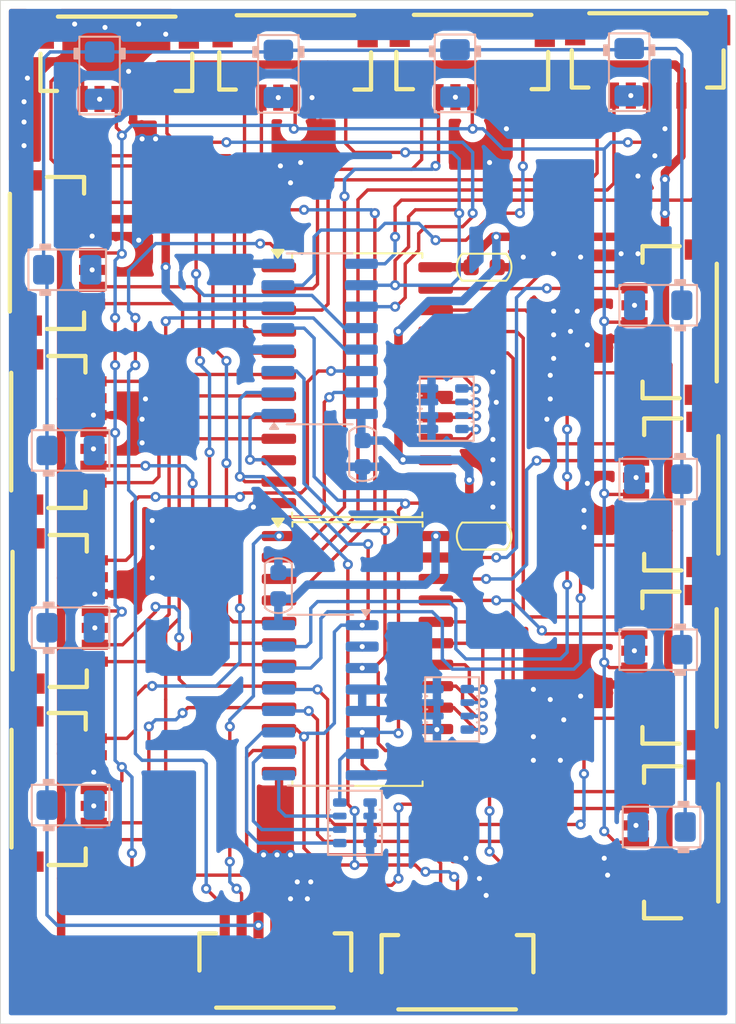
<source format=kicad_pcb>
(kicad_pcb (version 20241229) (generator "pcbnew") (generator_version "9.0")
  (layers (0 "F.Cu" signal) (2 "B.Cu" signal) (13 "F.Paste" user) (15 "B.Paste" user) (5 "F.SilkS" user "F.Silkscreen") (7 "B.SilkS" user "B.Silkscreen") (1 "F.Mask" user) (3 "B.Mask" user) (25 "Edge.Cuts" user))
  (net 0 "")
  (net 1 "+5V")
  (net 2 "GND")
  (net 3 "/IRQ")
  (net 4 "/IRQ0")
  (net 5 "/IRQ1")
  (net 6 "/A0")
  (net 7 "/IRQ3")
  (net 8 "/IRQ4")
  (net 9 "/IRQ5")
  (net 10 "/IRQ6")
  (net 11 "/IRQ7")
  (net 12 "/IRQ8")
  (net 13 "/IRQ9")
  (net 14 "/IRQ10")
  (net 15 "/IRQ11")
  (net 16 "/SDA")
  (net 17 "/A3")
  (net 18 "/CONFIG")
  (net 19 "/SCK")
  (net 20 "/A2")
  (net 21 "/A1")
  (net 22 "/SDA0")
  (net 23 "/OCS0")
  (net 24 "/SCK0")
  (net 25 "/SDA1")
  (net 26 "/SCK1")
  (net 27 "/OCS1")
  (net 28 "/SDA2")
  (net 29 "/OCS2")
  (net 30 "/SCK2")
  (net 31 "/OCS3")
  (net 32 "/SDA3")
  (net 33 "/SCK3")
  (net 34 "/SDA4")
  (net 35 "/OCS4")
  (net 36 "/SCK4")
  (net 37 "/SDA5")
  (net 38 "/SCK5")
  (net 39 "/OCS5")
  (net 40 "/OCS6")
  (net 41 "/SDA6")
  (net 42 "/SCK6")
  (net 43 "/SCK7")
  (net 44 "/OCS7")
  (net 45 "/SDA7")
  (net 46 "/OCS8")
  (net 47 "/SCK8")
  (net 48 "/SDA8")
  (net 49 "/SDA9")
  (net 50 "/SCK9")
  (net 51 "/OCS9")
  (net 52 "/SCK10")
  (net 53 "/SDA10")
  (net 54 "/OCS10")
  (net 55 "/OCS11")
  (net 56 "/SCK11")
  (net 57 "/SDA11")
  (net 58 "Net-(RN3-R4.2)")
  (net 59 "Net-(RN3-R3.2)")
  (net 60 "Net-(RN3-R1.2)")
  (net 61 "Net-(RN3-R2.2)")
  (net 62 "Net-(RN4-R2.2)")
  (net 63 "Net-(RN4-R3.2)")
  (net 64 "Net-(RN4-R1.2)")
  (net 65 "Net-(RN4-R4.2)")
  (net 66 "Net-(RN5-R1.2)")
  (net 67 "Net-(RN5-R2.2)")
  (net 68 "Net-(RN5-R3.2)")
  (net 69 "Net-(RN5-R4.2)")
  (net 70 "/IRQ22")
  (footprint "footprint:SM07B-SRSS-TB" (layer "F.Cu") (at 64.57367 78.47866 180)
    (property "Reference" "J16" (hide yes))
    (property "Value" "CH552G" (hide yes))
  )
  (footprint "Package_SO:SOIC-24W_7.5x15.4mm_P1.27mm" (layer "F.Cu") (at 63.77 116.305)
    (property "Reference" "U9" (hide yes))
    (property "Value" "CD74HC4067M")
  )
  (footprint "PCM_Capacitor_SMD_AKL:C_0603_1608Metric" (layer "F.Cu") (at 71.279939 109.320006)
    (property "Reference" "C43" (hide yes))
    (property "Value" "100nF" (hide yes))
  )
  (footprint "footprint:SM07B-SRSS-TB" (layer "F.Cu") (at 85.16 131.95466 90)
    (property "Reference" "J22" (hide yes))
    (property "Value" "CH552G" (hide yes))
  )
  (footprint "footprint:SM07B-SRSS-TB" (layer "F.Cu") (at 43.16 88.05699 -90)
    (property "Reference" "J14" (hide yes))
    (property "Value" "CH552G" (hide yes))
  )
  (footprint "footprint:SM07B-SRSS-TB" (layer "F.Cu") (at 85.072 101.15466 90)
    (property "Reference" "J19" (hide yes))
    (property "Value" "CH552G" (hide yes))
  )
  (footprint "footprint:SM07B-SRSS-TB" (layer "F.Cu") (at 65.2 137.35)
    (property "Reference" "J10" (hide yes))
    (property "Value" "CH552G" (hide yes))
  )
  (footprint "footprint:SM07B-SRSS-TB" (layer "F.Cu") (at 85.168 111.35466 90)
    (property "Reference" "J20" (hide yes))
    (property "Value" "CH552G" (hide yes))
  )
  (footprint "footprint:SM07B-SRSS-TB" (layer "F.Cu") (at 53.97367 78.55866 180)
    (property "Reference" "J15" (hide yes))
    (property "Value" "CH552G" (hide yes))
  )
  (footprint "footprint:SM07B-SRSS-TB" (layer "F.Cu") (at 54.4 137.24767)
    (property "Reference" "J6" (hide yes))
    (property "Value" "CH552G" (hide yes))
  )
  (footprint "footprint:SM07B-SRSS-TB" (layer "F.Cu") (at 75.076 78.45466 180)
    (property "Reference" "J18" (hide yes))
    (property "Value" "CH552G" (hide yes))
  )
  (footprint "PCM_Capacitor_SMD_AKL:C_0603_1608Metric" (layer "F.Cu") (at 71.279939 93.400002)
    (property "Reference" "C42" (hide yes))
    (property "Value" "100nF" (hide yes))
  )
  (footprint "Package_SO:SOIC-24W_7.5x15.4mm_P1.27mm" (layer "F.Cu") (at 63.755 100.385)
    (property "Reference" "U8" (hide yes))
    (property "Value" "CD74HC4067M")
  )
  (footprint "footprint:SM07B-SRSS-TB" (layer "F.Cu") (at 43.32 109.25699 -90)
    (property "Reference" "J12" (hide yes))
    (property "Value" "CH552G" (hide yes))
  )
  (footprint "footprint:SM07B-SRSS-TB" (layer "F.Cu") (at 43.24 98.65699 -90)
    (property "Reference" "J13" (hide yes))
    (property "Value" "CH552G" (hide yes))
  )
  (footprint "footprint:SM07B-SRSS-TB" (layer "F.Cu") (at 85.476 78.35866 180)
    (property "Reference" "J17" (hide yes))
    (property "Value" "CH552G" (hide yes))
  )
  (footprint "footprint:SM07B-SRSS-TB" (layer "F.Cu") (at 43.25699 119.8 -90)
    (property "Reference" "J11" (hide yes))
    (property "Value" "CH552G" (hide yes))
  )
  (footprint "footprint:SM07B-SRSS-TB" (layer "F.Cu") (at 85.064 121.610485 90)
    (property "Reference" "J21" (hide yes))
    (property "Value" "CH552G" (hide yes))
  )
  (footprint "PCM_Diode_SMD_AKL:D_1206_3216Metric" (layer "B.Cu") (at 46.76 114.75)
    (property "Reference" "D3" (hide yes))
    (property "Value" "D_Small" (hide yes))
  )
  (footprint "PCM_Diode_SMD_AKL:D_1206_3216Metric" (layer "B.Cu") (at 46.76 104.25)
    (property "Reference" "D4" (hide yes))
    (property "Value" "D_Small" (hide yes))
  )
  (footprint "PCM_Diode_SMD_AKL:D_1206_3216Metric" (layer "B.Cu") (at 81.6 105.95 180)
    (property "Reference" "D11" (hide yes))
    (property "Value" "D_Small" (hide yes))
  )
  (footprint "PCM_Diode_SMD_AKL:D_1206_3216Metric" (layer "B.Cu") (at 46.56 93.55)
    (property "Reference" "D5" (hide yes))
    (property "Value" "D_Small" (hide yes))
  )
  (footprint "PCM_Diode_SMD_AKL:D_1206_3216Metric" (layer "B.Cu") (at 46.76 125.25)
    (property "Reference" "D2" (hide yes))
    (property "Value" "D_Small" (hide yes))
  )
  (footprint "PCM_Diode_SMD_AKL:D_1206_3216Metric" (layer "B.Cu") (at 81.6 95.65 180)
    (property "Reference" "D10" (hide yes))
    (property "Value" "D_Small" (hide yes))
  )
  (footprint "PCM_Diode_SMD_AKL:D_1206_3216Metric" (layer "B.Cu") (at 59.08 81.95 -90)
    (property "Reference" "D7" (hide yes))
    (property "Value" "D_Small" (hide yes))
  )
  (footprint "PCM_Resistor_SMD_AKL:R_Array_Convex_4x0603" (layer "B.Cu") (at 69.06 101.78)
    (property "Reference" "RN3" (hide yes))
    (property "Value" "10k" (hide yes))
  )
  (footprint "PCM_Resistor_SMD_AKL:R_Array_Convex_4x0603" (layer "B.Cu") (at 69.38 119.58)
    (property "Reference" "RN4" (hide yes))
    (property "Value" "10k" (hide yes))
  )
  (footprint "PCM_Diode_SMD_AKL:D_1206_3216Metric" (layer "B.Cu") (at 69.55 81.92 -90)
    (property "Reference" "D9" (hide yes))
    (property "Value" "D_Small" (hide yes))
  )
  (footprint "Package_SO:SOIC-16_3.9x9.9mm_P1.27mm" (layer "B.Cu") (at 61.575 119.04175 180)
    (property "Reference" "U6" (hide yes))
    (property "Value" "74HC138")
  )
  (footprint "PCM_Diode_SMD_AKL:D_1206_3216Metric" (layer "B.Cu") (at 81.6 116.05 180)
    (property "Reference" "D12" (hide yes))
    (property "Value" "D_Small" (hide yes))
  )
  (footprint "PCM_Capacitor_SMD_AKL:C_0603_1608Metric" (layer "B.Cu") (at 59.079939 112.260014 90)
    (property "Reference" "C45" (hide yes))
    (property "Value" "100nF" (hide yes))
  )
  (footprint "PCM_Resistor_SMD_AKL:R_Array_Convex_4x0603" (layer "B.Cu") (at 63.62 126.3 180)
    (property "Reference" "RN5" (hide yes))
    (property "Value" "10k" (hide yes))
  )
  (footprint "Package_SO:SOIC-16_3.9x9.9mm_P1.27mm" (layer "B.Cu") (at 61.525 97.64175)
    (property "Reference" "U7" (hide yes))
    (property "Value" "74HC138")
  )
  (footprint "PCM_Capacitor_SMD_AKL:C_0603_1608Metric" (layer "B.Cu") (at 64.079939 104.44001 -90)
    (property "Reference" "C44" (hide yes))
    (property "Value" "100nF" (hide yes))
  )
  (footprint "PCM_Diode_SMD_AKL:D_1206_3216Metric" (layer "B.Cu") (at 81.8 126.55 180)
    (property "Reference" "D13" (hide yes))
    (property "Value" "D_Small" (hide yes))
  )
  (footprint "PCM_Diode_SMD_AKL:D_1206_3216Metric" (layer "B.Cu") (at 79.88 81.85 -90)
    (property "Reference" "D8" (hide yes))
    (property "Value" "D_Small" (hide yes))
  )
  (footprint "PCM_Diode_SMD_AKL:D_1206_3216Metric" (layer "B.Cu") (at 48.48 82.05 -90)
    (property "Reference" "D6" (hide yes))
    (property "Value" "D_Small" (hide yes))
  )
  (gr_rect (start 42.6 77.6) (end 86.2 138.2) (stroke (width 0.05)) (fill no) (layer "Edge.Cuts"))
  (segment (start 68.42 109.32) (end 70.504933 109.32) (width 0.5) (layer "F.Cu") (net 1))
  (segment (start 82.110485 119.110485) (end 82.2 119.2) (width 0.5) (layer "F.Cu") (net 1))
  (segment (start 82.2 129.4) (end 82.2 133.8) (width 0.5) (layer "F.Cu") (net 1))
  (segment (start 68.405 93.4) (end 70.504937 93.4) (width 0.5) (layer "F.Cu") (net 1))
  (segment (start 82 90.2) (end 82 91.6) (width 0.5) (layer "F.Cu") (net 1))
  (segment (start 66.2 97.2) (end 66.2 104.53002) (width 0.5) (layer "F.Cu") (net 1))
  (segment (start 46.24301 111.75699) (end 46.2 111.8) (width 0.5) (layer "F.Cu") (net 1))
  (segment (start 46.76233 90.55699) (end 46.2 91.11932) (width 0.5) (layer "F.Cu") (net 1))
  (segment (start 51.75699 90.55699) (end 48.03733 90.55699) (width 0.5) (layer "F.Cu") (net 1))
  (segment (start 72 91.6) (end 82 91.6) (width 0.5) (layer "F.Cu") (net 1))
  (segment (start 62 81.4) (end 52 81.4) (width 0.5) (layer "F.Cu") (net 1))
  (segment (start 46.2 121.64068) (end 46.2 122.2) (width 0.5) (layer "F.Cu") (net 1))
  (segment (start 82 98.30932) (end 81.65466 98.65466) (width 0.5) (layer "F.Cu") (net 1))
  (segment (start 71.7 134.3) (end 71.8 134.4) (width 0.5) (layer "F.Cu") (net 1))
  (segment (start 70.504939 92.895061) (end 71.8 91.6) (width 0.5) (layer "F.Cu") (net 1))
  (segment (start 46.2 101.2) (end 46.2 111.8) (width 0.5) (layer "F.Cu") (net 1))
  (segment (start 70.4 106) (end 70.4 109.215067) (width 0.5) (layer "F.Cu") (net 1))
  (segment (start 82.2 133.8) (end 81.6 134.4) (width 0.5) (layer "F.Cu") (net 1))
  (segment (start 82.2 129) (end 82.2 119.2) (width 0.5) (layer "F.Cu") (net 1))
  (segment (start 71.8 134.4) (end 71.04767 134.4) (width 0.5) (layer "F.Cu") (net 1))
  (segment (start 66.2 104.53002) (end 66.46998 104.8) (width 0.5) (layer "F.Cu") (net 1))
  (segment (start 46.2 133.8) (end 46.2 129.6) (width 0.5) (layer "F.Cu") (net 1))
  (segment (start 48.11733 101.15699) (end 46.24301 101.15699) (width 0.5) (layer "F.Cu") (net 1))
  (segment (start 61.8 134.4) (end 71.04767 134.4) (width 0.5) (layer "F.Cu") (net 1))
  (segment (start 46.8 134.4) (end 46.2 133.8) (width 0.5) (layer "F.Cu") (net 1))
  (segment (start 46.3 122.3) (end 46.2 122.2) (width 0.5) (layer "F.Cu") (net 1))
  (segment (start 82.2 109) (end 82.2 99.2) (width 0.5) (layer "F.Cu") (net 1))
  (segment (start 80.29067 108.85466) (end 82.05466 108.85466) (width 0.5) (layer "F.Cu") (net 1))
  (segment (start 82.2 129) (end 82.2 129.4) (width 0.5) (layer "F.Cu") (net 1))
  (segment (start 80.28267 129.45466) (end 82.14534 129.45466) (width 0.5) (layer "F.Cu") (net 1))
  (segment (start 48.19733 111.75699) (end 46.24301 111.75699) (width 0.5) (layer "F.Cu") (net 1))
  (segment (start 71.8 91.6) (end 72 91.6) (width 0.5) (layer "F.Cu") (net 1))
  (segment (start 51.47367 81.92633) (end 51.47367 83.43599) (width 0.5) (layer "F.Cu") (net 1))
  (segment (start 72.6 81.4) (end 62 81.4) (width 0.5) (layer "F.Cu") (net 1))
  (segment (start 46.2 91.11932) (end 46.2 101.2) (width 0.5) (layer "F.Cu") (net 1))
  (segment (start 82 91.6) (end 82 98.30932) (width 0.5) (layer "F.Cu") (net 1))
  (segment (start 70.4 109.215067) (end 70.504939 109.320006) (width 0.5) (layer "F.Cu") (net 1))
  (segment (start 61.8 134.4) (end 61 134.4) (width 0.5) (layer "F.Cu") (net 1))
  (segment (start 48.03733 90.55699) (end 46.76233 90.55699) (width 0.5) (layer "F.Cu") (net 1))
  (segment (start 60.9 134.3) (end 61 134.4) (width 0.5) (layer "F.Cu") (net 1))
  (segment (start 82.05466 108.85466) (end 82.2 109) (width 0.5) (layer "F.Cu") (net 1))
  (segment (start 62.07367 83.35599) (end 62.07367 81.47367) (width 0.5) (layer "F.Cu") (net 1))
  (segment (start 82.2 119.2) (end 82.2 109) (width 0.5) (layer "F.Cu") (net 1))
  (segment (start 82.976 81.776) (end 82.6 81.4) (width 0.5) (layer "F.Cu") (net 1))
  (segment (start 52.4 93.4) (end 52.4 91.2) (width 0.5) (layer "F.Cu") (net 1))
  (segment (start 81.6 134.4) (end 71.8 134.4) (width 0.5) (layer "F.Cu") (net 1))
  (segment (start 46.2 122.2) (end 46.2 129.6) (width 0.5) (layer "F.Cu") (net 1))
  (segment (start 70.504939 93.400002) (end 70.504939 92.895061) (width 0.5) (layer "F.Cu") (net 1))
  (segment (start 82.14534 129.45466) (end 82.2 129.4) (width 0.5) (layer "F.Cu") (net 1))
  (segment (start 52.4 91.2) (end 51.75699 90.55699) (width 0.5) (layer "F.Cu") (net 1))
  (segment (start 81.65466 98.65466) (end 80.19467 98.65466) (width 0.5) (layer "F.Cu") (net 1))
  (segment (start 82.976 83.23599) (end 82.976 86.824) (width 0.5) (layer "F.Cu") (net 1))
  (segment (start 52 81.4) (end 51.47367 81.92633) (width 0.5) (layer "F.Cu") (net 1))
  (segment (start 70.504937 93.4) (end 70.504939 93.400002) (width 0.5) (layer "F.Cu") (net 1))
  (segment (start 82 87.8) (end 82 88.2) (width 0.5) (layer "F.Cu") (net 1))
  (segment (start 72.576 83.33199) (end 72.576 81.424) (width 0.5) (layer "F.Cu") (net 1))
  (segment (start 62.07367 81.47367) (end 62 81.4) (width 0.5) (layer "F.Cu") (net 1))
  (segment (start 60.9 132.37034) (end 60.9 134.3) (width 0.5) (layer "F.Cu") (net 1))
  (segment (start 82.6 81.4) (end 72.6 81.4) (width 0.5) (layer "F.Cu") (net 1))
  (segment (start 82.976 83.23599) (end 82.976 81.776) (width 0.5) (layer "F.Cu") (net 1))
  (segment (start 71.7 132.47267) (end 71.7 134.3) (width 0.5) (layer "F.Cu") (net 1))
  (segment (start 46.2 111.8) (end 46.2 121.64068) (width 0.5) (layer "F.Cu") (net 1))
  (segment (start 80.18667 119.110485) (end 82.110485 119.110485) (width 0.5) (layer "F.Cu") (net 1))
  (segment (start 72.576 81.424) (end 72.6 81.4) (width 0.5) (layer "F.Cu") (net 1))
  (segment (start 61 134.4) (end 46.8 134.4) (width 0.5) (layer "F.Cu") (net 1))
  (segment (start 82.2 99.2) (end 81.65466 98.65466) (width 0.5) (layer "F.Cu") (net 1))
  (segment (start 70.504933 109.32) (end 70.504939 109.320006) (width 0.5) (layer "F.Cu") (net 1))
  (segment (start 46.24301 101.15699) (end 46.2 101.2) (width 0.5) (layer "F.Cu") (net 1))
  (segment (start 82.976 86.824) (end 82 87.8) (width 0.5) (layer "F.Cu") (net 1))
  (segment (start 48.13432 122.3) (end 46.3 122.3) (width 0.5) (layer "F.Cu") (net 1))
  (via (at 66.2 97.2) (size 0.6) (drill 0.3) (layers "F.Cu" "B.Cu") (net 1))
  (via (at 82 90.2) (size 0.6) (drill 0.3) (layers "F.Cu" "B.Cu") (net 1))
  (via (at 68.42 109.32) (size 0.6) (drill 0.3) (layers "F.Cu" "B.Cu") (net 1))
  (via (at 82 88.2) (size 0.6) (drill 0.3) (layers "F.Cu" "B.Cu") (net 1))
  (via (at 70.4 106) (size 0.6) (drill 0.3) (layers "F.Cu" "B.Cu") (net 1))
  (via (at 66.46998 104.8) (size 0.6) (drill 0.3) (layers "F.Cu" "B.Cu") (net 1))
  (via (at 72 91.6) (size 0.6) (drill 0.3) (layers "F.Cu" "B.Cu") (net 1))
  (via (at 52.4 93.4) (size 0.6) (drill 0.3) (layers "F.Cu" "B.Cu") (net 1))
  (segment (start 59.079939 114.576689) (end 59.1 114.59675) (width 0.5) (layer "B.Cu") (net 1))
  (segment (start 82 88.2) (end 82 90.2) (width 0.5) (layer "B.Cu") (net 1))
  (segment (start 52.4 94.8) (end 52.4 93.4) (width 0.5) (layer "B.Cu") (net 1))
  (segment (start 70 95.4) (end 68 95.4) (width 0.5) (layer "B.Cu") (net 1))
  (segment (start 66.6 112.2) (end 67.8 112.2) (width 0.5) (layer "B.Cu") (net 1))
  (segment (start 59.079939 113.035014) (end 59.079939 114.576689) (width 0.5) (layer "B.Cu") (net 1))
  (segment (start 72 93.4) (end 70 95.4) (width 0.5) (layer "B.Cu") (net 1))
  (segment (start 64 102.08675) (end 64 103.585071) (width 0.5) (layer "B.Cu") (net 1))
  (segment (start 65.33499 103.66501) (end 64.079939 103.66501) (width 0.5) (layer "B.Cu") (net 1))
  (segment (start 70.4 105.4) (end 69.8 104.8) (width 0.5) (layer "B.Cu") (net 1))
  (segment (start 68.4 111.6) (end 68.4 109.4) (width 0.5) (layer "B.Cu") (net 1))
  (segment (start 67.8 112.2) (end 68.4 111.6) (width 0.5) (layer "B.Cu") (net 1))
  (segment (start 69.8 104.8) (end 66.46998 104.8) (width 0.5) (layer "B.Cu") (net 1))
  (segment (start 53.33675 95.73675) (end 52.6 95) (width 0.5) (layer "B.Cu") (net 1))
  (segment (start 68 95.4) (end 66.2 97.2) (width 0.5) (layer "B.Cu") (net 1))
  (segment (start 72 91.6) (end 72 93.4) (width 0.5) (layer "B.Cu") (net 1))
  (segment (start 59.05 95.73675) (end 53.33675 95.73675) (width 0.5) (layer "B.Cu") (net 1))
  (segment (start 59.079939 113.035014) (end 59.964986 113.035014) (width 0.5) (layer "B.Cu") (net 1))
  (segment (start 66.46998 104.8) (end 65.33499 103.66501) (width 0.5) (layer "B.Cu") (net 1))
  (segment (start 60.8 112.2) (end 66.6 112.2) (width 0.5) (layer "B.Cu") (net 1))
  (segment (start 59.964986 113.035014) (end 60.8 112.2) (width 0.5) (layer "B.Cu") (net 1))
  (segment (start 64 103.585071) (end 64.079939 103.66501) (width 0.5) (layer "B.Cu") (net 1))
  (segment (start 70.4 106) (end 70.4 105.4) (width 0.5) (layer "B.Cu") (net 1))
  (segment (start 52.6 95) (end 52.4 94.8) (width 0.5) (layer "B.Cu") (net 1))
  (segment (start 57.83 107.37) (end 57.6 107.6) (width 0.5) (layer "F.Cu") (net 2))
  (segment (start 59.105 107.37) (end 57.83 107.37) (width 0.5) (layer "F.Cu") (net 2))
  (via (at 82 85.2) (size 0.6) (drill 0.3) (layers "F.Cu" "B.Cu") (net 2))
  (via (at 80.4 88) (size 0.6) (drill 0.3) (layers "F.Cu" "B.Cu") (net 2))
  (via (at 70.2 128.4) (size 0.6) (drill 0.3) (layers "F.Cu" "B.Cu") (net 2))
  (via (at 51.6 111.8) (size 0.6) (drill 0.3) (layers "F.Cu" "B.Cu") (net 2))
  (via (at 60.4 87.2) (size 0.6) (drill 0.3) (layers "F.Cu" "B.Cu") (net 2))
  (via (at 77.4 98) (size 0.6) (drill 0.3) (layers "F.Cu" "B.Cu") (net 2))
  (via (at 76.8 96) (size 0.6) (drill 0.3) (layers "F.Cu" "B.Cu") (net 2))
  (via (at 71.4 130.6) (size 0.6) (drill 0.3) (layers "F.Cu" "B.Cu") (net 2))
  (via (at 44 84.8) (size 0.6) (drill 0.3) (layers "F.Cu" "B.Cu") (net 2))
  (via (at 48.13432 123.3) (size 0.6) (drill 0.3) (layers "F.Cu" "B.Cu") (net 2))
  (via (at 59.8 130.8) (size 0.6) (drill 0.3) (layers "F.Cu" "B.Cu") (net 2))
  (via (at 57.6 107.6) (size 0.6) (drill 0.3) (layers "F.Cu" "B.Cu") (net 2))
  (via (at 75.4 97.4) (size 0.6) (drill 0.3) (layers "F.Cu" "B.Cu") (net 2))
  (via (at 61.07367 83.35599) (size 0.6) (drill 0.3) (layers "F.Cu" "B.Cu") (net 2))
  (via (at 72 101.4) (size 0.6) (drill 0.3) (layers "F.Cu" "B.Cu") (net 2))
  (via (at 59.2 87.4) (size 0.6) (drill 0.3) (layers "F.Cu" "B.Cu") (net 2))
  (via (at 75 102.4) (size 0.6) (drill 0.3) (layers "F.Cu" "B.Cu") (net 2))
  (via (at 75.2 101.2) (size 0.6) (drill 0.3) (layers "F.Cu" "B.Cu") (net 2))
  (via (at 73.6 92.8) (size 0.6) (drill 0.3) (layers "F.Cu" "B.Cu") (net 2))
  (via (at 44 83.6) (size 0.6) (drill 0.3) (layers "F.Cu" "B.Cu") (net 2))
  (via (at 51 85.8) (size 0.6) (drill 0.3) (layers "F.Cu" "B.Cu") (net 2))
  (via (at 71.8 103.6) (size 0.6) (drill 0.3) (layers "F.Cu" "B.Cu") (net 2))
  (via (at 78.4 128.4) (size 0.6) (drill 0.3) (layers "F.Cu" "B.Cu") (net 2))
  (via (at 75.4 98.8) (size 0.6) (drill 0.3) (layers "F.Cu" "B.Cu") (net 2))
  (via (at 47 79) (size 0.6) (drill 0.3) (layers "F.Cu" "B.Cu") (net 2))
  (via (at 50.8 79) (size 0.6) (drill 0.3) (layers "F.Cu" "B.Cu") (net 2))
  (via (at 51.8 85.8) (size 0.6) (drill 0.3) (layers "F.Cu" "B.Cu") (net 2))
  (via (at 75.4 92.6) (size 0.6) (drill 0.3) (layers "F.Cu" "B.Cu") (net 2))
  (via (at 77.2 107.8) (size 0.6) (drill 0.3) (layers "F.Cu" "B.Cu") (net 2))
  (via (at 48.8 79.2) (size 0.6) (drill 0.3) (layers "F.Cu" "B.Cu") (net 2))
  (via (at 75.8 122.6) (size 0.6) (drill 0.3) (layers "F.Cu" "B.Cu") (net 2))
  (via (at 51 103.8) (size 0.6) (drill 0.3) (layers "F.Cu" "B.Cu") (net 2))
  (via (at 60.2 129.8) (size 0.6) (drill 0.3) (layers "F.Cu" "B.Cu") (net 2))
  (via (at 68.48 120.78) (size 0.6) (drill 0.3) (layers "F.Cu" "B.Cu") (net 2))
  (via (at 48.11733 102.15699) (size 0.6) (drill 0.3) (layers "F.Cu" "B.Cu") (net 2))
  (via (at 52.4 79.6) (size 0.6) (drill 0.3) (layers "F.Cu" "B.Cu") (net 2))
  (via (at 51.2 101.2) (size 0.6) (drill 0.3) (layers "F.Cu" "B.Cu") (net 2))
  (via (at 78.6 129.4) (size 0.6) (drill 0.3) (layers "F.Cu" "B.Cu") (net 2))
  (via (at 76 120.2) (size 0.6) (drill 0.3) (layers "F.Cu" "B.Cu") (net 2))
  (via (at 59.8 128.2) (size 0.6) (drill 0.3) (layers "F.Cu" "B.Cu") (net 2))
  (via (at 77 92.8) (size 0.6) (drill 0.3) (layers "F.Cu" "B.Cu") (net 2))
  (via (at 61 129.8) (size 0.6) (drill 0.3) (layers "F.Cu" "B.Cu") (net 2))
  (via (at 51 102.4) (size 0.6) (drill 0.3) (layers "F.Cu" "B.Cu") (net 2))
  (via (at 59 128.2) (size 0.6) (drill 0.3) (layers "F.Cu" "B.Cu") (net 2))
  (via (at 50.8 91.8) (size 0.6) (drill 0.3) (layers "F.Cu" "B.Cu") (net 2))
  (via (at 44 86.2) (size 0.6) (drill 0.3) (layers "F.Cu" "B.Cu") (net 2))
  (via (at 50.2 81.8) (size 0.6) (drill 0.3) (layers "F.Cu" "B.Cu") (net 2))
  (via (at 77.2 108.8) (size 0.6) (drill 0.3) (layers "F.Cu" "B.Cu") (net 2))
  (via (at 74.2 122.6) (size 0.6) (drill 0.3) (layers "F.Cu" "B.Cu") (net 2))
  (via (at 58.2 128.2) (size 0.6) (drill 0.3) (layers "F.Cu" "B.Cu") (net 2))
  (via (at 71.8 107.6) (size 0.6) (drill 0.3) (layers "F.Cu" "B.Cu") (net 2))
  (via (at 71 129.6) (size 0.6) (drill 0.3) (layers "F.Cu" "B.Cu") (net 2))
  (via (at 75.4 96) (size 0.6) (drill 0.3) (layers "F.Cu" "B.Cu") (net 2))
  (via (at 72.6 85.2) (size 0.6) (drill 0.3) (layers "F.Cu" "B.Cu") (net 2))
  (via (at 59.8 88.4) (size 0.6) (drill 0.3) (layers "F.Cu" "B.Cu") (net 2))
  (via (at 48.19733 112.75699) (size 0.6) (drill 0.3) (layers "F.Cu" "B.Cu") (net 2))
  (via (at 71.8 106.2) (size 0.6) (drill 0.3) (layers "F.Cu" "B.Cu") (net 2))
  (via (at 51.6 110) (size 0.6) (drill 0.3) (layers "F.Cu" "B.Cu") (net 2))
  (via (at 48.03733 91.55699) (size 0.6) (drill 0.3) (layers "F.Cu" "B.Cu") (net 2))
  (via (at 71.8 99.6) (size 0.6) (drill 0.3) (layers "F.Cu" "B.Cu") (net 2))
  (via (at 75.2 99.8) (size 0.6) (drill 0.3) (layers "F.Cu" "B.Cu") (net 2))
  (via (at 71.6 87.2) (size 0.6) (drill 0.3) (layers "F.Cu" "B.Cu") (net 2))
  (via (at 71.8 104.8) (size 0.6) (drill 0.3) (layers "F.Cu" "B.Cu") (net 2))
  (via (at 81.4 86.8) (size 0.6) (drill 0.3) (layers "F.Cu" "B.Cu") (net 2))
  (via (at 74.2 118.4) (size 0.6) (drill 0.3) (layers "F.Cu" "B.Cu") (net 2))
  (via (at 75.2 119) (size 0.6) (drill 0.3) (layers "F.Cu" "B.Cu") (net 2))
  (via (at 76.4 97.2) (size 0.6) (drill 0.3) (layers "F.Cu" "B.Cu") (net 2))
  (via (at 74.2 121.2) (size 0.6) (drill 0.3) (layers "F.Cu" "B.Cu") (net 2))
  (via (at 51.6 108.4) (size 0.6) (drill 0.3) (layers "F.Cu" "B.Cu") (net 2))
  (via (at 77.4 106.2) (size 0.6) (drill 0.3) (layers "F.Cu" "B.Cu") (net 2))
  (via (at 79.4 92.6) (size 0.6) (drill 0.3) (layers "F.Cu" "B.Cu") (net 2))
  (via (at 80.4 92.6) (size 0.6) (drill 0.3) (layers "F.Cu" "B.Cu") (net 2))
  (via (at 44.2 82.2) (size 0.6) (drill 0.3) (layers "F.Cu" "B.Cu") (net 2))
  (via (at 60.8 130.8) (size 0.6) (drill 0.3) (layers "F.Cu" "B.Cu") (net 2))
  (via (at 77 118.8) (size 0.6) (drill 0.3) (layers "F.Cu" "B.Cu") (net 2))
  (via (at 57.9 132.37034) (size 0.6) (drill 0.3) (layers "F.Cu" "B.Cu") (net 3))
  (segment (start 69.55 80.52) (end 69.48 80.52) (width 0.2) (layer "B.Cu") (net 3))
  (segment (start 45.16 81.04) (end 45.16 93.55) (width 0.2) (layer "B.Cu") (net 3))
  (segment (start 83 105.95) (end 83 95.65) (width 0.2) (layer "B.Cu") (net 3))
  (segment (start 83 95.65) (end 83 80.8) (width 0.2) (layer "B.Cu") (net 3))
  (segment (start 69.45 80.55) (end 59.08 80.55) (width 0.2) (layer "B.Cu") (net 3))
  (segment (start 45.36 93.76) (end 45.36 104.25) (width 0.2) (layer "B.Cu") (net 3))
  (segment (start 45.36 114.75) (end 45.36 125.25) (width 0.2) (layer "B.Cu") (net 3))
  (segment (start 45.36 131.76) (end 45.36 125.25) (width 0.2) (layer "B.Cu") (net 3))
  (segment (start 79.65 80.45) (end 79.58 80.52) (width 0.2) (layer "B.Cu") (net 3))
  (segment (start 45.36 104.25) (end 45.36 114.75) (width 0.2) (layer "B.Cu") (net 3))
  (segment (start 83.2 126.55) (end 83.2 116.25) (width 0.2) (layer "B.Cu") (net 3))
  (segment (start 58.65 80.55) (end 58.55 80.65) (width 0.2) (layer "B.Cu") (net 3))
  (segment (start 45.55 80.65) (end 45.16 81.04) (width 0.2) (layer "B.Cu") (net 3))
  (segment (start 83.2 116.25) (end 83 116.05) (width 0.2) (layer "B.Cu") (net 3))
  (segment (start 59.08 80.55) (end 58.65 80.55) (width 0.2) (layer "B.Cu") (net 3))
  (segment (start 79.88 80.45) (end 79.65 80.45) (width 0.2) (layer "B.Cu") (net 3))
  (segment (start 57.9 132.37034) (end 45.97034 132.37034) (width 0.2) (layer "B.Cu") (net 3))
  (segment (start 83 80.8) (end 82.65 80.45) (width 0.2) (layer "B.Cu") (net 3))
  (segment (start 69.48 80.52) (end 69.45 80.55) (width 0.2) (layer "B.Cu") (net 3))
  (segment (start 45.16 93.55) (end 45.16 93.56) (width 0.2) (layer "B.Cu") (net 3))
  (segment (start 82.65 80.45) (end 79.88 80.45) (width 0.2) (layer "B.Cu") (net 3))
  (segment (start 79.58 80.52) (end 69.55 80.52) (width 0.2) (layer "B.Cu") (net 3))
  (segment (start 58.55 80.65) (end 48.48 80.65) (width 0.2) (layer "B.Cu") (net 3))
  (segment (start 48.48 80.65) (end 45.55 80.65) (width 0.2) (layer "B.Cu") (net 3))
  (segment (start 45.97034 132.37034) (end 45.36 131.76) (width 0.2) (layer "B.Cu") (net 3))
  (segment (start 83 116.05) (end 83 105.95) (width 0.2) (layer "B.Cu") (net 3))
  (segment (start 45.16 93.56) (end 45.36 93.76) (width 0.2) (layer "B.Cu") (net 3))
  (via (at 48.13432 125.3) (size 0.6) (drill 0.3) (layers "F.Cu" "B.Cu") (net 4))
  (via (at 48.19733 114.75699) (size 0.6) (drill 0.3) (layers "F.Cu" "B.Cu") (net 5))
  (segment (start 68.2 128.2) (end 68.7 128.7) (width 0.2) (layer "F.Cu") (net 6))
  (segment (start 60.6 127.8) (end 61 128.2) (width 0.2) (layer "F.Cu") (net 6))
  (segment (start 64.4 114.24675) (end 64.05 114.59675) (width 0.2) (layer "F.Cu") (net 6))
  (segment (start 60.6 121.2) (end 60.6 127.8) (width 0.2) (layer "F.Cu") (net 6))
  (segment (start 68.7 128.7) (end 68.7 132.47267) (width 0.2) (layer "F.Cu") (net 6))
  (segment (start 64.4 109.8) (end 64.4 114.24675) (width 0.2) (layer "F.Cu") (net 6))
  (segment (start 60.15 120.75) (end 60.6 121.2) (width 0.2) (layer "F.Cu") (net 6))
  (segment (start 59.12 120.75) (end 60.15 120.75) (width 0.2) (layer "F.Cu") (net 6))
  (segment (start 59.075 104.8) (end 59.105 104.83) (width 0.2) (layer "F.Cu") (net 6))
  (segment (start 61 128.2) (end 68.2 128.2) (width 0.2) (layer "F.Cu") (net 6))
  (segment (start 57.4 104.8) (end 59.075 104.8) (width 0.2) (layer "F.Cu") (net 6))
  (via (at 64.05 114.59675) (size 0.6) (drill 0.3) (layers "F.Cu" "B.Cu") (net 6))
  (via (at 60.6 121.2) (size 0.6) (drill 0.3) (layers "F.Cu" "B.Cu") (net 6))
  (via (at 57.4 104.8) (size 0.6) (drill 0.3) (layers "F.Cu" "B.Cu") (net 6))
  (via (at 64.4 109.8) (size 0.6) (drill 0.3) (layers "F.Cu" "B.Cu") (net 6))
  (segment (start 59.05 102.08675) (end 57.71325 102.08675) (width 0.2) (layer "B.Cu") (net 6))
  (segment (start 60.8 121) (end 60.6 121.2) (width 0.2) (layer "B.Cu") (net 6))
  (segment (start 57.4 102.4) (end 57.4 104.8) (width 0.2) (layer "B.Cu") (net 6))
  (segment (start 61.8 121) (end 60.8 121) (width 0.2) (layer "B.Cu") (net 6))
  (segment (start 57.71325 102.08675) (end 57.4 102.4) (width 0.2) (layer "B.Cu") (net 6))
  (segment (start 62.4 119.2) (end 62.4 120.4) (width 0.2) (layer "B.Cu") (net 6))
  (segment (start 64.4 109.8) (end 63.2 109.8) (width 0.2) (layer "B.Cu") (net 6))
  (segment (start 63.2 109.8) (end 58.2 104.8) (width 0.2) (layer "B.Cu") (net 6))
  (segment (start 62.80325 114.59675) (end 62.4 115) (width 0.2) (layer "B.Cu") (net 6))
  (segment (start 62.4 115) (end 62.4 119.2) (width 0.2) (layer "B.Cu") (net 6))
  (segment (start 64.05 114.59675) (end 62.80325 114.59675) (width 0.2) (layer "B.Cu") (net 6))
  (segment (start 62.4 120.4) (end 61.8 121) (width 0.2) (layer "B.Cu") (net 6))
  (segment (start 58.2 104.8) (end 57.4 104.8) (width 0.2) (layer "B.Cu") (net 6))
  (via (at 48.03733 93.55699) (size 0.6) (drill 0.3) (layers "F.Cu" "B.Cu") (net 7))
  (via (at 48.48 83.45) (size 0.6) (drill 0.3) (layers "F.Cu" "B.Cu") (net 8))
  (via (at 59.07367 83.35599) (size 0.6) (drill 0.3) (layers "F.Cu" "B.Cu") (net 9))
  (via (at 79.976 83.23599) (size 0.6) (drill 0.3) (layers "F.Cu" "B.Cu") (net 10))
  (via (at 69.576 83.33199) (size 0.6) (drill 0.3) (layers "F.Cu" "B.Cu") (net 11))
  (via (at 80.19467 95.65466) (size 0.6) (drill 0.3) (layers "F.Cu" "B.Cu") (net 12))
  (via (at 80.29067 105.85466) (size 0.6) (drill 0.3) (layers "F.Cu" "B.Cu") (net 13))
  (via (at 80.18667 116.110485) (size 0.6) (drill 0.3) (layers "F.Cu" "B.Cu") (net 14))
  (via (at 80.28267 126.45466) (size 0.6) (drill 0.3) (layers "F.Cu" "B.Cu") (net 15))
  (segment (start 58 92) (end 58.6 92) (width 0.2) (layer "F.Cu") (net 16))
  (segment (start 59.105 92.505) (end 59.105 93.4) (width 0.2) (layer "F.Cu") (net 16))
  (segment (start 54.8 130.2) (end 55.9 131.3) (width 0.2) (layer "F.Cu") (net 16))
  (segment (start 55.9 131.3) (end 55.9 132.37034) (width 0.2) (layer "F.Cu") (net 16))
  (segment (start 58.6 92) (end 59.105 92.505) (width 0.2) (layer "F.Cu") (net 16))
  (segment (start 50.6 96.4) (end 50.6 99.2) (width 0.2) (layer "F.Cu") (net 16))
  (via (at 54.8 130.2) (size 0.6) (drill 0.3) (layers "F.Cu" "B.Cu") (net 16))
  (via (at 50.6 96.4) (size 0.6) (drill 0.3) (layers "F.Cu" "B.Cu") (net 16))
  (via (at 58 92) (size 0.6) (drill 0.3) (layers "F.Cu" "B.Cu") (net 16))
  (via (at 50.6 99.2) (size 0.6) (drill 0.3) (layers "F.Cu" "B.Cu") (net 16))
  (segment (start 50.6 114.132786) (end 50.6 122.2) (width 0.2) (layer "B.Cu") (net 16))
  (segment (start 50.2 106.6) (end 50.6 107) (width 0.2) (layer "B.Cu") (net 16))
  (segment (start 54.6 122.6) (end 54.8 122.8) (width 0.2) (layer "B.Cu") (net 16))
  (segment (start 51.8 92) (end 58 92) (width 0.2) (layer "B.Cu") (net 16))
  (segment (start 50.601 113.468214) (end 50.601 114.131786) (width 0.2) (layer "B.Cu") (net 16))
  (segment (start 54.8 122.8) (end 54.8 130.2) (width 0.2) (layer "B.Cu") (net 16))
  (segment (start 50.2 93.6) (end 51.8 92) (width 0.2) (layer "B.Cu") (net 16))
  (segment (start 50.6 113.467214) (end 50.601 113.468214) (width 0.2) (layer "B.Cu") (net 16))
  (segment (start 50.2 99.6) (end 50.2 106.6) (width 0.2) (layer "B.Cu") (net 16))
  (segment (start 50.6 96.4) (end 50.2 96) (width 0.2) (layer "B.Cu") (net 16))
  (segment (start 51 122.6) (end 54.6 122.6) (width 0.2) (layer "B.Cu") (net 16))
  (segment (start 50.6 99.2) (end 50.2 99.6) (width 0.2) (layer "B.Cu") (net 16))
  (segment (start 50.2 96) (end 50.2 93.6) (width 0.2) (layer "B.Cu") (net 16))
  (segment (start 50.6 122.2) (end 51 122.6) (width 0.2) (layer "B.Cu") (net 16))
  (segment (start 50.601 114.131786) (end 50.6 114.132786) (width 0.2) (layer "B.Cu") (net 16))
  (segment (start 50.6 107) (end 50.6 113.467214) (width 0.2) (layer "B.Cu") (net 16))
  (segment (start 66.4 125.2) (end 66.2 125.4) (width 0.2) (layer "F.Cu") (net 17))
  (segment (start 61.9 130.3) (end 61.9 132.37034) (width 0.2) (layer "F.Cu") (net 17))
  (segment (start 68.42 123.29) (end 68.42 124.98) (width 0.2) (layer "F.Cu") (net 17))
  (segment (start 64.05 120.94675) (end 64.05 122.85) (width 0.2) (layer "F.Cu") (net 17))
  (segment (start 68.2 125.2) (end 66.4 125.2) (width 0.2) (layer "F.Cu") (net 17))
  (segment (start 66.63 107.37) (end 66.2 107.8) (width 0.2) (layer "F.Cu") (net 17))
  (segment (start 66.2 107.8) (end 66.2 121) (width 0.2) (layer "F.Cu") (net 17))
  (segment (start 62.2 130) (end 61.9 130.3) (width 0.2) (layer "F.Cu") (net 17))
  (segment (start 64.49 123.29) (end 68.42 123.29) (width 0.2) (layer "F.Cu") (net 17))
  (segment (start 66.2 129.6) (end 65.8 130) (width 0.2) (layer "F.Cu") (net 17))
  (segment (start 68.42 124.98) (end 68.2 125.2) (width 0.2) (layer "F.Cu") (net 17))
  (segment (start 68.405 107.37) (end 66.63 107.37) (width 0.2) (layer "F.Cu") (net 17))
  (segment (start 65.8 130) (end 62.2 130) (width 0.2) (layer "F.Cu") (net 17))
  (segment (start 64.05 122.85) (end 64.49 123.29) (width 0.2) (layer "F.Cu") (net 17))
  (via (at 66.2 121) (size 0.6) (drill 0.3) (layers "F.Cu" "B.Cu") (net 17))
  (via (at 66.2 129.6) (size 0.6) (drill 0.3) (layers "F.Cu" "B.Cu") (net 17))
  (via (at 64.05 120.94675) (size 0.6) (drill 0.3) (layers "F.Cu" "B.Cu") (net 17))
  (via (at 66.6 107.4) (size 0.6) (drill 0.3) (layers "F.Cu" "B.Cu") (net 17))
  (via (at 66.2 125.4) (size 0.6) (drill 0.3) (layers "F.Cu" "B.Cu") (net 17))
  (segment (start 66.4 107.2) (end 66.6 107.4) (width 0.2) (layer "B.Cu") (net 17))
  (segment (start 65.94675 120.94675) (end 64.05 120.94675) (width 0.2) (layer "B.Cu") (net 17))
  (segment (start 62.6 107.2) (end 66.4 107.2) (width 0.2) (layer "B.Cu") (net 17))
  (segment (start 59.05 97.00675) (end 60.60675 97.00675) (width 0.2) (layer "B.Cu") (net 17))
  (segment (start 66.2 121) (end 66 121) (width 0.2) (layer "B.Cu") (net 17))
  (segment (start 61.2 97.6) (end 61.2 105.8) (width 0.2) (layer "B.Cu") (net 17))
  (segment (start 60.60675 97.00675) (end 61.2 97.6) (width 0.2) (layer "B.Cu") (net 17))
  (segment (start 66.2 125.4) (end 66.2 129.6) (width 0.2) (layer "B.Cu") (net 17))
  (segment (start 66 121) (end 65.94675 120.94675) (width 0.2) (layer "B.Cu") (net 17))
  (segment (start 61.2 105.8) (end 62.6 107.2) (width 0.2) (layer "B.Cu") (net 17))
  (segment (start 78.710485 117.110485) (end 80.18667 117.110485) (width 0.2) (layer "F.Cu") (net 18))
  (segment (start 80.976 85.624) (end 80.976 83.23599) (width 0.2) (layer "F.Cu") (net 18))
  (segment (start 60.07367 83.35599) (end 60.07367 85.12633) (width 0.2) (layer "F.Cu") (net 18))
  (segment (start 78.45466 106.85466) (end 78.4 106.8) (width 0.2) (layer "F.Cu") (net 18))
  (segment (start 49.75699 113.75699) (end 49.8 113.8) (width 0.2) (layer "F.Cu") (net 18))
  (segment (start 49.8 85.45266) (end 49.47367 85.12633) (width 0.2) (layer "F.Cu") (net 18))
  (segment (start 79.8 86) (end 80.6 86) (width 0.2) (layer "F.Cu") (net 18))
  (segment (start 48.19733 113.75699) (end 49.75699 113.75699) (width 0.2) (layer "F.Cu") (net 18))
  (segment (start 49.4 103.2) (end 48.16034 103.2) (width 0.2) (layer "F.Cu") (net 18))
  (segment (start 80.28267 127.45466) (end 79.05466 127.45466) (width 0.2) (layer "F.Cu") (net 18))
  (segment (start 80.29067 106.85466) (end 78.45466 106.85466) (width 0.2) (layer "F.Cu") (net 18))
  (segment (start 78.45466 96.65466) (end 78.4 96.6) (width 0.2) (layer "F.Cu") (net 18))
  (segment (start 78.4 116.8) (end 78.710485 117.110485) (width 0.2) (layer "F.Cu") (net 18))
  (segment (start 49.75699 92.55699) (end 49.8 92.6) (width 0.2) (layer "F.Cu") (net 18))
  (segment (start 80.19467 96.65466) (end 78.45466 96.65466) (width 0.2) (layer "F.Cu") (net 18))
  (segment (start 80.6 86) (end 80.976 85.624) (width 0.2) (layer "F.Cu") (net 18))
  (segment (start 49.8 123) (end 49.8 123.8) (width 0.2) (layer "F.Cu") (net 18))
  (segment (start 48.16034 103.2) (end 48.11733 103.15699) (width 0.2) (layer "F.Cu") (net 18))
  (segment (start 50.4 129) (end 50.8 129.4) (width 0.2) (layer "F.Cu") (net 18))
  (segment (start 70.576 83.33199) (end 70.576 85.176) (width 0.2) (layer "F.Cu") (net 18))
  (segment (start 70.576 85.176) (end 70.6 85.2) (width 0.2) (layer "F.Cu") (net 18))
  (segment (start 49.4 99.2) (end 49.4 96.4) (width 0.2) (layer "F.Cu") (net 18))
  (segment (start 49.3 124.3) (end 48.13432 124.3) (width 0.2) (layer "F.Cu") (net 18))
  (segment (start 49.8 85.6) (end 49.8 85.45266) (width 0.2) (layer "F.Cu") (net 18))
  (segment (start 49.47367 85.12633) (end 49.47367 83.43599) (width 0.2) (layer "F.Cu") (net 18))
  (segment (start 50.4 128.1) (end 50.4 129) (width 0.2) (layer "F.Cu") (net 18))
  (segment (start 48.03733 92.55699) (end 49.75699 92.55699) (width 0.2) (layer "F.Cu") (net 18))
  (segment (start 60.07367 85.12633) (end 60 85.2) (width 0.2) (layer "F.Cu") (net 18))
  (segment (start 50.8 129.4) (end 58.5 129.4) (width 0.2) (layer "F.Cu") (net 18))
  (segment (start 49.8 123.8) (end 49.3 124.3) (width 0.2) (layer "F.Cu") (net 18))
  (segment (start 58.9 129.8) (end 58.9 132.37034) (width 0.2) (layer "F.Cu") (net 18))
  (segment (start 58.5 129.4) (end 58.9 129.8) (width 0.2) (layer "F.Cu") (net 18))
  (segment (start 79.05466 127.45466) (end 78.4 126.8) (width 0.2) (layer "F.Cu") (net 18))
  (via (at 78.4 96.6) (size 0.6) (drill 0.3) (layers "F.Cu" "B.Cu") (net 18))
  (via (at 78.4 126.8) (size 0.6) (drill 0.3) (layers "F.Cu" "B.Cu") (net 18))
  (via (at 49.8 113.8) (size 0.6) (drill 0.3) (layers "F.Cu" "B.Cu") (net 18))
  (via (at 49.8 92.6) (size 0.6) (drill 0.3) (layers "F.Cu" "B.Cu") (net 18))
  (via (at 70.6 85.2) (size 0.6) (drill 0.3) (layers "F.Cu" "B.Cu") (net 18))
  (via (at 78.4 116.8) (size 0.6) (drill 0.3) (layers "F.Cu" "B.Cu") (net 18))
  (via (at 60 85.2) (size 0.6) (drill 0.3) (layers "F.Cu" "B.Cu") (net 18))
  (via (at 49.8 85.6) (size 0.6) (drill 0.3) (layers "F.Cu" "B.Cu") (net 18))
  (via (at 49.8 123) (size 0.6) (drill 0.3) (layers "F.Cu" "B.Cu") (net 18))
  (via (at 49.4 99.2) (size 0.6) (drill 0.3) (layers "F.Cu" "B.Cu") (net 18))
  (via (at 50.4 128.1) (size 0.6) (drill 0.3) (layers "F.Cu" "B.Cu") (net 18))
  (via (at 49.4 96.4) (size 0.6) (drill 0.3) (layers "F.Cu" "B.Cu") (net 18))
  (via (at 78.4 106.8) (size 0.6) (drill 0.3) (layers "F.Cu" "B.Cu") (net 18))
  (via (at 79.8 86) (size 0.6) (drill 0.3) (layers "F.Cu" "B.Cu") (net 18))
  (via (at 49.4 103.2) (size 0.6) (drill 0.3) (layers "F.Cu" "B.Cu") (net 18))
  (segment (start 71.2 85.2) (end 72.4 86.4) (width 0.2) (layer "B.Cu") (net 18))
  (segment (start 49.4 114.2) (end 49.8 113.8) (width 0.2) (layer "B.Cu") (net 18))
  (segment (start 78.4 86.4) (end 72.4 86.4) (width 0.2) (layer "B.Cu") (net 18))
  (segment (start 50.4 123.6) (end 49.8 123) (width 0.2) (layer "B.Cu") (net 18))
  (segment (start 78.4 106.8) (end 78.4 96.6) (width 0.2) (layer "B.Cu") (net 18))
  (segment (start 49.8 123) (end 49.4 122.6) (width 0.2) (layer "B.Cu") (net 18))
  (segment (start 50.4 85) (end 59.8 85) (width 0.2) (layer "B.Cu") (net 18))
  (segment (start 50.4 128.1) (end 50.4 123.6) (width 0.2) (layer "B.Cu") (net 18))
  (segment (start 78.4 96.6) (end 78.4 86.4) (width 0.2) (layer "B.Cu") (net 18))
  (segment (start 70.6 85.2) (end 60 85.2) (width 0.2) (layer "B.Cu") (net 18))
  (segment (start 49.4 122.6) (end 49.4 114.2) (width 0.2) (layer "B.Cu") (net 18))
  (segment (start 78.4 86.4) (end 78.8 86) (width 0.2) (layer "B.Cu") (net 18))
  (segment (start 49.4 103.2) (end 49.4 99.2) (width 0.2) (layer "B.Cu") (net 18))
  (segment (start 49.8 85.6) (end 50.4 85) (width 0.2) (layer "B.Cu") (net 18))
  (segment (start 49.4 96.4) (end 49.4 93) (width 0.2) (layer "B.Cu") (net 18))
  (segment (start 49.4 113.4) (end 49.8 113.8) (width 0.2) (layer "B.Cu") (net 18))
  (segment (start 78.4 116.8) (end 78.4 106.8) (width 0.2) (layer "B.Cu") (net 18))
  (segment (start 49.4 93) (end 49.8 92.6) (width 0.2) (layer "B.Cu") (net 18))
  (segment (start 59.8 85) (end 60 85.2) (width 0.2) (layer "B.Cu") (net 18))
  (segment (start 70.6 85.2) (end 71.2 85.2) (width 0.2) (layer "B.Cu") (net 18))
  (segment (start 79.8 86) (end 78.8 86) (width 0.2) (layer "B.Cu") (net 18))
  (segment (start 49.4 103.2) (end 49.4 113.4) (width 0.2) (layer "B.Cu") (net 18))
  (segment (start 78.4 116.8) (end 78.4 126.8) (width 0.2) (layer "B.Cu") (net 18))
  (segment (start 49.8 85.6) (end 49.8 92.6) (width 0.2) (layer "B.Cu") (net 18))
  (segment (start 56.6 130.2) (end 56.9 130.5) (width 0.2) (layer "F.Cu") (net 19))
  (segment (start 56.9 130.5) (end 56.9 132.37034) (width 0.2) (layer "F.Cu") (net 19))
  (segment (start 56.2 120.6) (end 56.2 128.6) (width 0.2) (layer "F.Cu") (net 19))
  (via (at 56.6 130.2) (size 0.6) (drill 0.3) (layers "F.Cu" "B.Cu") (net 19))
  (via (at 56.2 128.6) (size 0.6) (drill 0.3) (layers "F.Cu" "B.Cu") (net 19))
  (via (at 59.12 109.32) (size 0.6) (drill 0.3) (layers "F.Cu" "B.Cu") (net 19))
  (via (at 56.2 120.6) (size 0.6) (drill 0.3) (layers "F.Cu" "B.Cu") (net 19))
  (segment (start 57.6 118.8) (end 56.2 120.2) (width 0.2) (layer "B.Cu") (net 19))
  (segment (start 59.12 109.32) (end 58.08 109.32) (width 0.2) (layer "B.Cu") (net 19))
  (segment (start 57.6 115.4) (end 57.6 118.8) (width 0.2) (layer "B.Cu") (net 19))
  (segment (start 56.2 128.6) (end 56.2 129.8) (width 0.2) (layer "B.Cu") (net 19))
  (segment (start 56.2 120.2) (end 56.2 120.6) (width 0.2) (layer "B.Cu") (net 19))
  (segment (start 57.601 115.399) (end 57.6 115.4) (width 0.2) (layer "B.Cu") (net 19))
  (segment (start 57.601 109.799) (end 57.601 115.399) (width 0.2) (layer "B.Cu") (net 19))
  (segment (start 56.2 129.8) (end 56.6 130.2) (width 0.2) (layer "B.Cu") (net 19))
  (segment (start 58.08 109.32) (end 57.601 109.799) (width 0.2) (layer "B.Cu") (net 19))
  (segment (start 65.4 106.6) (end 65.9 106.1) (width 0.2) (layer "F.Cu") (net 20))
  (segment (start 68.42 122.02) (end 71.42 122.02) (width 0.2) (layer "F.Cu") (net 20))
  (segment (start 72.7 132.47267) (end 72.7 129.1) (width 0.2) (layer "F.Cu") (net 20))
  (segment (start 65 121.6) (end 65.42 122.02) (width 0.2) (layer "F.Cu") (net 20))
  (segment (start 71.42 122.02) (end 71.6 122.2) (width 0.2) (layer "F.Cu") (net 20))
  (segment (start 65.4 109) (end 65.4 116.4735) (width 0.2) (layer "F.Cu") (net 20))
  (segment (start 65 117.4) (end 65 121.6) (width 0.2) (layer "F.Cu") (net 20))
  (segment (start 65.9 106.1) (end 68.405 106.1) (width 0.2) (layer "F.Cu") (net 20))
  (segment (start 72.7 129.1) (end 71.6 128) (width 0.2) (layer "F.Cu") (net 20))
  (segment (start 65.4 109) (end 65.4 106.6) (width 0.2) (layer "F.Cu") (net 20))
  (segment (start 65.4 116.4735) (end 64.73675 117.13675) (width 0.2) (layer "F.Cu") (net 20))
  (segment (start 65.42 122.02) (end 68.42 122.02) (width 0.2) (layer "F.Cu") (net 20))
  (segment (start 64.73675 117.13675) (end 65 117.4) (width 0.2) (layer "F.Cu") (net 20))
  (segment (start 64.05 117.13675) (end 64.73675 117.13675) (width 0.2) (layer "F.Cu") (net 20))
  (segment (start 71.6 122.2) (end 71.6 125.6) (width 0.2) (layer "F.Cu") (net 20))
  (via (at 64.05 117.13675) (size 0.6) (drill 0.3) (layers "F.Cu" "B.Cu") (net 20))
  (via (at 71.6 125.6) (size 0.6) (drill 0.3) (layers "F.Cu" "B.Cu") (net 20))
  (via (at 65.4 109) (size 0.6) (drill 0.3) (layers "F.Cu" "B.Cu") (net 20))
  (via (at 71.6 128) (size 0.6) (drill 0.3) (layers "F.Cu" "B.Cu") (net 20))
  (segment (start 60.14675 99.54675) (end 59.05 99.54675) (width 0.2) (layer "B.Cu") (net 20))
  (segment (start 71.6 125.6) (end 71.6 128) (width 0.2) (layer "B.Cu") (net 20))
  (segment (start 60.6 100) (end 60.14675 99.54675) (width 0.2) (layer "B.Cu") (net 20))
  (segment (start 65.4 109) (end 63.4 109) (width 0.2) (layer "B.Cu") (net 20))
  (segment (start 63.4 109) (end 60.6 106.2) (width 0.2) (layer "B.Cu") (net 20))
  (segment (start 60.6 106.2) (end 60.6 100) (width 0.2) (layer "B.Cu") (net 20))
  (segment (start 57.6 128.8) (end 57.2 128.4) (width 0.2) (layer "F.Cu") (net 21))
  (segment (start 63.2 116.2) (end 63.2 125) (width 0.2) (layer "F.Cu") (net 21))
  (segment (start 63.2 111) (end 63.2 116) (width 0.2) (layer "F.Cu") (net 21))
  (segment (start 63.6 128.8) (end 57.6 128.8) (width 0.2) (layer "F.Cu") (net 21))
  (segment (start 67.2 128.8) (end 63.6 128.8) (width 0.2) (layer "F.Cu") (net 21))
  (segment (start 67.6 129.2) (end 67.2 128.8) (width 0.2) (layer "F.Cu") (net 21))
  (segment (start 56.8 105.8) (end 57.1 106.1) (width 0.2) (layer "F.Cu") (net 21))
  (segment (start 63.33325 115.86675) (end 63.2 116) (width 0.2) (layer "F.Cu") (net 21))
  (segment (start 57.58 122.02) (end 59.12 122.02) (width 0.2) (layer "F.Cu") (net 21))
  (segment (start 63.2 125.2) (end 63.6 125.6) (width 0.2) (layer "F.Cu") (net 21))
  (segment (start 63.2 125) (end 63.2 125.2) (width 0.2) (layer "F.Cu") (net 21))
  (segment (start 57.2 128.4) (end 57.2 122.4) (width 0.2) (layer "F.Cu") (net 21))
  (segment (start 57.2 122.4) (end 57.58 122.02) (width 0.2) (layer "F.Cu") (net 21))
  (segment (start 67.8 129.2) (end 67.6 129.2) (width 0.2) (layer "F.Cu") (net 21))
  (segment (start 69.7 132.47267) (end 69.7 129.7) (width 0.2) (layer "F.Cu") (net 21))
  (segment (start 57.1 106.1) (end 59.105 106.1) (width 0.2) (layer "F.Cu") (net 21))
  (segment (start 64.05 115.86675) (end 63.33325 115.86675) (width 0.2) (layer "F.Cu") (net 21))
  (segment (start 69.7 129.7) (end 69.5 129.5) (width 0.2) (layer "F.Cu") (net 21))
  (segment (start 63.2 116.2) (end 63.2 116) (width 0.2) (layer "F.Cu") (net 21))
  (via (at 64.05 115.86675) (size 0.6) (drill 0.3) (layers "F.Cu" "B.Cu") (net 21))
  (via (at 56.8 105.8) (size 0.6) (drill 0.3) (layers "F.Cu" "B.Cu") (net 21))
  (via (at 63.2 111) (size 0.6) (drill 0.3) (layers "F.Cu" "B.Cu") (net 21))
  (via (at 63.6 128.8) (size 0.6) (drill 0.3) (layers "F.Cu" "B.Cu") (net 21))
  (via (at 69.5 129.5) (size 0.6) (drill 0.3) (layers "F.Cu" "B.Cu") (net 21))
  (via (at 63.6 125.6) (size 0.6) (drill 0.3) (layers "F.Cu" "B.Cu") (net 21))
  (via (at 67.8 129.2) (size 0.6) (drill 0.3) (layers "F.Cu" "B.Cu") (net 21))
  (segment (start 56.8 101.2) (end 56.8 105.8) (width 0.2) (layer "B.Cu") (net 21))
  (segment (start 69.5 129.5) (end 69.2 129.2) (width 0.2) (layer "B.Cu") (net 21))
  (segment (start 63.2 111) (end 63.2 110.8) (width 0.2) (layer "B.Cu") (net 21))
  (segment (start 59.05 100.81675) (end 57.18325 100.81675) (width 0.2) (layer "B.Cu") (net 21))
  (segment (start 57.18325 100.81675) (end 56.8 101.2) (width 0.2) (layer "B.Cu") (net 21))
  (segment (start 63.6 125.6) (end 63.6 128.8) (width 0.2) (layer "B.Cu") (net 21))
  (segment (start 69.2 129.2) (end 67.8 129.2) (width 0.2) (layer "B.Cu") (net 21))
  (segment (start 63.2 110.8) (end 58.2 105.8) (width 0.2) (layer "B.Cu") (net 21))
  (segment (start 58.2 105.8) (end 56.8 105.8) (width 0.2) (layer "B.Cu") (net 21))
  (segment (start 52.4 126.6) (end 51.7 127.3) (width 0.2) (layer "F.Cu") (net 22))
  (segment (start 59.105 103.56) (end 53.6 103.56) (width 0.2) (layer "F.Cu") (net 22))
  (segment (start 53.2 114.2) (end 52.399 115.001) (width 0.2) (layer "F.Cu") (net 22))
  (segment (start 53.6 103.56) (end 53.2 103.96) (width 0.2) (layer "F.Cu") (net 22))
  (segment (start 53.2 103.96) (end 53.2 114.2) (width 0.2) (layer "F.Cu") (net 22))
  (segment (start 52.399 118.999) (end 52.4 119) (width 0.2) (layer "F.Cu") (net 22))
  (segment (start 51.7 127.3) (end 48.13432 127.3) (width 0.2) (layer "F.Cu") (net 22))
  (segment (start 52.399 115.001) (end 52.399 118.999) (width 0.2) (layer "F.Cu") (net 22))
  (segment (start 52.4 119) (end 52.4 126.6) (width 0.2) (layer "F.Cu") (net 22))
  (segment (start 50.6 120.8) (end 50.1 121.3) (width 0.2) (layer "F.Cu") (net 23))
  (segment (start 61.4 108.2) (end 57.2 108.2) (width 0.2) (layer "F.Cu") (net 23))
  (segment (start 50.1 121.3) (end 48.13432 121.3) (width 0.2) (layer "F.Cu") (net 23))
  (segment (start 51.2 118.2) (end 50.6 118.8) (width 0.2) (layer "F.Cu") (net 23))
  (segment (start 51.599 118.2) (end 51.2 118.2) (width 0.2) (layer "F.Cu") (net 23))
  (segment (start 57.2 108.2) (end 56.8 108.6) (width 0.2) (layer "F.Cu") (net 23))
  (segment (start 62.1 101.1) (end 61.8 101.4) (width 0.2) (layer "F.Cu") (net 23))
  (segment (start 61.8 101.4) (end 61.8 107.8) (width 0.2) (layer "F.Cu") (net 23))
  (segment (start 56.8 108.6) (end 56.8 113.6) (width 0.2) (layer "F.Cu") (net 23))
  (segment (start 50.6 118.8) (end 50.6 120.8) (width 0.2) (layer "F.Cu") (net 23))
  (segment (start 61.8 107.8) (end 61.4 108.2) (width 0.2) (layer "F.Cu") (net 23))
  (via (at 51.599 118.2) (size 0.6) (drill 0.3) (layers "F.Cu" "B.Cu") (net 23))
  (via (at 62.1 101.1) (size 0.6) (drill 0.3) (layers "F.Cu" "B.Cu") (net 23))
  (via (at 56.8 113.6) (size 0.6) (drill 0.3) (layers "F.Cu" "B.Cu") (net 23))
  (segment (start 62.1 101.1) (end 62.38325 100.81675) (width 0.2) (layer "B.Cu") (net 23))
  (segment (start 56.8 116.8) (end 56.8 113.6) (width 0.2) (layer "B.Cu") (net 23))
  (segment (start 62.38325 100.81675) (end 64 100.81675) (width 0.2) (layer "B.Cu") (net 23))
  (segment (start 55.4 118.2) (end 56.8 116.8) (width 0.2) (layer "B.Cu") (net 23))
  (segment (start 51.599 118.2) (end 55.4 118.2) (width 0.2) (layer "B.Cu") (net 23))
  (segment (start 59.12 119.48) (end 53.72 119.48) (width 0.2) (layer "F.Cu") (net 24))
  (segment (start 51.1 126.3) (end 48.13432 126.3) (width 0.2) (layer "F.Cu") (net 24))
  (segment (start 51.4 126) (end 51.1 126.3) (width 0.2) (layer "F.Cu") (net 24))
  (segment (start 53.72 119.48) (end 53.4 119.8) (width 0.2) (layer "F.Cu") (net 24))
  (segment (start 51.4 120.6) (end 51.4 126) (width 0.2) (layer "F.Cu") (net 24))
  (via (at 51.4 120.6) (size 0.6) (drill 0.3) (layers "F.Cu" "B.Cu") (net 24))
  (via (at 53.4 119.8) (size 0.6) (drill 0.3) (layers "F.Cu" "B.Cu") (net 24))
  (segment (start 51.8 120.2) (end 53 120.2) (width 0.2) (layer "B.Cu") (net 24))
  (segment (start 51.4 120.6) (end 51.8 120.2) (width 0.2) (layer "B.Cu") (net 24))
  (segment (start 53 120.2) (end 53.4 119.8) (width 0.2) (layer "B.Cu") (net 24))
  (segment (start 52.91 102.29) (end 59.105 102.29) (width 0.2) (layer "F.Cu") (net 25))
  (segment (start 52.599 113.951058) (end 52.599 102.601) (width 0.2) (layer "F.Cu") (net 25))
  (segment (start 51.24301 116.75699) (end 51.798 116.202) (width 0.2) (layer "F.Cu") (net 25))
  (segment (start 52.599 102.601) (end 52.91 102.29) (width 0.2) (layer "F.Cu") (net 25))
  (segment (start 51.798 116.202) (end 51.798 114.752058) (width 0.2) (layer "F.Cu") (net 25))
  (segment (start 51.798 114.752058) (end 52.599 113.951058) (width 0.2) (layer "F.Cu") (net 25))
  (segment (start 48.19733 116.75699) (end 51.24301 116.75699) (width 0.2) (layer "F.Cu") (net 25))
  (segment (start 53.200001 115.33137) (end 53.2 115.331371) (width 0.2) (layer "F.Cu") (net 26))
  (segment (start 51.799 113.509343) (end 51.799 113.801) (width 0.2) (layer "F.Cu") (net 26))
  (segment (start 53.2 117.8) (end 53.61 118.21) (width 0.2) (layer "F.Cu") (net 26))
  (segment (start 53.2 115.331371) (end 53.2 117.8) (width 0.2) (layer "F.Cu") (net 26))
  (segment (start 51.799 113.801) (end 49.84301 115.75699) (width 0.2) (layer "F.Cu") (net 26))
  (segment (start 49.84301 115.75699) (end 48.19733 115.75699) (width 0.2) (layer "F.Cu") (net 26))
  (segment (start 53.61 118.21) (end 59.12 118.21) (width 0.2) (layer "F.Cu") (net 26))
  (via (at 53.200001 115.33137) (size 0.6) (drill 0.3) (layers "F.Cu" "B.Cu") (net 26))
  (via (at 51.799 113.509343) (size 0.6) (drill 0.3) (layers "F.Cu" "B.Cu") (net 26))
  (segment (start 51.799 113.509343) (end 52.909343 113.509343) (width 0.2) (layer "B.Cu") (net 26))
  (segment (start 52.909343 113.509343) (end 53.200001 113.800001) (width 0.2) (layer "B.Cu") (net 26))
  (segment (start 53.200001 113.800001) (end 53.200001 115.33137) (width 0.2) (layer "B.Cu") (net 26))
  (segment (start 51.799 107) (end 50.8 107) (width 0.2) (layer "F.Cu") (net 27))
  (segment (start 50.4 110.4) (end 50.04301 110.75699) (width 0.2) (layer "F.Cu") (net 27))
  (segment (start 50.04301 110.75699) (end 48.19733 110.75699) (width 0.2) (layer "F.Cu") (net 27))
  (segment (start 61.45325 99.54675) (end 60.8 100.2) (width 0.2) (layer "F.Cu") (net 27))
  (segment (start 60.8 106.4) (end 60.431 106.769) (width 0.2) (layer "F.Cu") (net 27))
  (segment (start 50.4 107.4) (end 50.4 110.4) (width 0.2) (layer "F.Cu") (net 27))
  (segment (start 50.8 107) (end 50.4 107.4) (width 0.2) (layer "F.Cu") (net 27))
  (segment (start 60.431 106.769) (end 57.031 106.769) (width 0.2) (layer "F.Cu") (net 27))
  (segment (start 62.2 99.54675) (end 61.45325 99.54675) (width 0.2) (layer "F.Cu") (net 27))
  (segment (start 57.031 106.769) (end 56.8 107) (width 0.2) (layer "F.Cu") (net 27))
  (segment (start 60.8 100.2) (end 60.8 106.4) (width 0.2) (layer "F.Cu") (net 27))
  (via (at 56.8 107) (size 0.6) (drill 0.3) (layers "F.Cu" "B.Cu") (net 27))
  (via (at 51.799 107) (size 0.6) (drill 0.3) (layers "F.Cu" "B.Cu") (net 27))
  (via (at 62.2 99.54675) (size 0.6) (drill 0.3) (layers "F.Cu" "B.Cu") (net 27))
  (segment (start 62.2 99.54675) (end 64 99.54675) (width 0.2) (layer "B.Cu") (net 27))
  (segment (start 51.799 107) (end 56.8 107) (width 0.2) (layer "B.Cu") (net 27))
  (segment (start 51.998 101.402) (end 52.38 101.02) (width 0.2) (layer "F.Cu") (net 28))
  (segment (start 51.64301 106.15699) (end 51.998 105.802) (width 0.2) (layer "F.Cu") (net 28))
  (segment (start 51.998 105.802) (end 51.998 101.402) (width 0.2) (layer "F.Cu") (net 28))
  (segment (start 48.11733 106.15699) (end 51.64301 106.15699) (width 0.2) (layer "F.Cu") (net 28))
  (segment (start 52.38 101.02) (end 59.105 101.02) (width 0.2) (layer "F.Cu") (net 28))
  (segment (start 52.4 99.8) (end 52.04301 100.15699) (width 0.2) (layer "F.Cu") (net 29))
  (segment (start 52.04301 100.15699) (end 48.11733 100.15699) (width 0.2) (layer "F.Cu") (net 29))
  (segment (start 52.4 96.6) (end 52.4 99.8) (width 0.2) (layer "F.Cu") (net 29))
  (via (at 52.4 96.6) (size 0.6) (drill 0.3) (layers "F.Cu" "B.Cu") (net 29))
  (segment (start 52.4 96.6) (end 52.59425 96.40575) (width 0.2) (layer "B.Cu") (net 29))
  (segment (start 63.025001 98.27675) (end 64 98.27675) (width 0.2) (layer "B.Cu") (net 29))
  (segment (start 61.154001 96.40575) (end 63.025001 98.27675) (width 0.2) (layer "B.Cu") (net 29))
  (segment (start 52.59425 96.40575) (end 61.154001 96.40575) (width 0.2) (layer "B.Cu") (net 29))
  (segment (start 54 116.6) (end 54 106.2) (width 0.2) (layer "F.Cu") (net 30))
  (segment (start 54.34 116.94) (end 54 116.6) (width 0.2) (layer "F.Cu") (net 30))
  (segment (start 59.12 116.94) (end 54.34 116.94) (width 0.2) (layer "F.Cu") (net 30))
  (segment (start 51.198 105.15699) (end 48.11733 105.15699) (width 0.2) (layer "F.Cu") (net 30))
  (via (at 51.198 105.15699) (size 0.6) (drill 0.3) (layers "F.Cu" "B.Cu") (net 30))
  (via (at 54 106.2) (size 0.6) (drill 0.3) (layers "F.Cu" "B.Cu") (net 30))
  (segment (start 54 105.6) (end 54 106.2) (width 0.2) (layer "B.Cu") (net 30))
  (segment (start 53.55699 105.15699) (end 54 105.6) (width 0.2) (layer "B.Cu") (net 30))
  (segment (start 51.198 105.15699) (end 53.55699 105.15699) (width 0.2) (layer "B.Cu") (net 30))
  (segment (start 54.201516 90.801516) (end 52.95699 89.55699) (width 0.2) (layer "F.Cu") (net 31))
  (segment (start 52.95699 89.55699) (end 48.03733 89.55699) (width 0.2) (layer "F.Cu") (net 31))
  (segment (start 54.201516 93.795276) (end 54.201516 90.801516) (width 0.2) (layer "F.Cu") (net 31))
  (via (at 54.201516 93.795276) (size 0.6) (drill 0.3) (layers "F.Cu" "B.Cu") (net 31))
  (segment (start 54.2 93.796792) (end 54.2 94.6) (width 0.2) (layer "B.Cu") (net 31))
  (segment (start 54.2 94.6) (end 54.66775 95.06775) (width 0.2) (layer "B.Cu") (net 31))
  (segment (start 61.06775 95.06775) (end 63.00675 97.00675) (width 0.2) (layer "B.Cu") (net 31))
  (segment (start 54.66775 95.06775) (end 61.06775 95.06775) (width 0.2) (layer "B.Cu") (net 31))
  (segment (start 63.00675 97.00675) (end 64 97.00675) (width 0.2) (layer "B.Cu") (net 31))
  (segment (start 54.201516 93.795276) (end 54.2 93.796792) (width 0.2) (layer "B.Cu") (net 31))
  (segment (start 53.6 99.75) (end 59.105 99.75) (width 0.2) (layer "F.Cu") (net 32))
  (segment (start 53.4 95.8) (end 53.4 99.55) (width 0.2) (layer "F.Cu") (net 32))
  (segment (start 53.15699 95.55699) (end 53.4 95.8) (width 0.2) (layer "F.Cu") (net 32))
  (segment (start 48.03733 95.55699) (end 53.15699 95.55699) (width 0.2) (layer "F.Cu") (net 32))
  (segment (start 53.4 99.55) (end 53.6 99.75) (width 0.2) (layer "F.Cu") (net 32))
  (segment (start 53.95699 94.55899) (end 53.95699 94.55699) (width 0.2) (layer "F.Cu") (net 33))
  (segment (start 54.399 98.915393) (end 54.399 95.001) (width 0.2) (layer "F.Cu") (net 33))
  (segment (start 53.95699 94.55699) (end 48.03733 94.55699) (width 0.2) (layer "F.Cu") (net 33))
  (segment (start 54.399 95.001) (end 53.95699 94.55899) (width 0.2) (layer "F.Cu") (net 33))
  (segment (start 55 115.4) (end 55.27 115.67) (width 0.2) (layer "F.Cu") (net 33))
  (segment (start 55 104.36) (end 55 115.4) (width 0.2) (layer "F.Cu") (net 33))
  (segment (start 55.27 115.67) (end 59.12 115.67) (width 0.2) (layer "F.Cu") (net 33))
  (segment (start 54.433607 98.95) (end 54.399 98.915393) (width 0.2) (layer "F.Cu") (net 33))
  (via (at 55 104.36) (size 0.6) (drill 0.3) (layers "F.Cu" "B.Cu") (net 33))
  (via (at 54.433607 98.95) (size 0.6) (drill 0.3) (layers "F.Cu" "B.Cu") (net 33))
  (segment (start 54.399 98.984607) (end 54.399 99.131786) (width 0.2) (layer "B.Cu") (net 33))
  (segment (start 54.433607 98.95) (end 54.399 98.984607) (width 0.2) (layer "B.Cu") (net 33))
  (segment (start 55 99.732786) (end 55 104.36) (width 0.2) (layer "B.Cu") (net 33))
  (segment (start 54.399 99.131786) (end 55 99.732786) (width 0.2) (layer "B.Cu") (net 33))
  (segment (start 56.47267 87.07267) (end 56.47267 98.07267) (width 0.2) (layer "F.Cu") (net 34))
  (segment (start 46.47367 86.47367) (end 46.799 86.799) (width 0.2) (layer "F.Cu") (net 34))
  (segment (start 56.47267 98.07267) (end 56.88 98.48) (width 0.2) (layer "F.Cu") (net 34))
  (segment (start 46.47367 83.43599) (end 46.47367 86.47367) (width 0.2) (layer "F.Cu") (net 34))
  (segment (start 56.199 86.799) (end 56.47267 87.07267) (width 0.2) (layer "F.Cu") (net 34))
  (segment (start 46.799 86.799) (end 56.199 86.799) (width 0.2) (layer "F.Cu") (net 34))
  (segment (start 56.88 98.48) (end 59.105 98.48) (width 0.2) (layer "F.Cu") (net 34))
  (segment (start 67.8 91) (end 70 91) (width 0.2) (layer "F.Cu") (net 35))
  (segment (start 70 91) (end 70.6 90.4) (width 0.2) (layer "F.Cu") (net 35))
  (segment (start 52.47367 85.47367) (end 52.47367 83.43599) (width 0.2) (layer "F.Cu") (net 35))
  (segment (start 66.06325 95.73675) (end 66.6 95.2) (width 0.2) (layer "F.Cu") (net 35))
  (segment (start 67.4 92.4) (end 67.4 91.4) (width 0.2) (layer "F.Cu") (net 35))
  (segment (start 52.999 85.999) (end 52.47367 85.47367) (width 0.2) (layer "F.Cu") (net 35))
  (segment (start 66.6 95.2) (end 66.6 93.2) (width 0.2) (layer "F.Cu") (net 35))
  (segment (start 70.6 90.4) (end 70.6 90.2) (width 0.2) (layer "F.Cu") (net 35))
  (segment (start 66.6 93.2) (end 67.4 92.4) (width 0.2) (layer "F.Cu") (net 35))
  (segment (start 67.4 91.4) (end 67.8 91) (width 0.2) (layer "F.Cu") (net 35))
  (segment (start 56 85.999) (end 52.999 85.999) (width 0.2) (layer "F.Cu") (net 35))
  (segment (start 66 95.73675) (end 66.06325 95.73675) (width 0.2) (layer "F.Cu") (net 35))
  (via (at 70.6 90.2) (size 0.6) (drill 0.3) (layers "F.Cu" "B.Cu") (net 35))
  (via (at 66 95.73675) (size 0.6) (drill 0.3) (layers "F.Cu" "B.Cu") (net 35))
  (via (at 56 85.999) (size 0.6) (drill 0.3) (layers "F.Cu" "B.Cu") (net 35))
  (segment (start 70 86) (end 70.6 86.6) (width 0.2) (layer "B.Cu") (net 35))
  (segment (start 70.6 86.6) (end 70.6 90.2) (width 0.2) (layer "B.Cu") (net 35))
  (segment (start 56.001 86) (end 70 86) (width 0.2) (layer "B.Cu") (net 35))
  (segment (start 56 85.999) (end 56.001 86) (width 0.2) (layer "B.Cu") (net 35))
  (segment (start 66 95.73675) (end 64 95.73675) (width 0.2) (layer "B.Cu") (net 35))
  (segment (start 55.2 98.15) (end 55.2 87.8) (width 0.2) (layer "F.Cu") (net 36))
  (segment (start 54.8 87.4) (end 46 87.4) (width 0.2) (layer "F.Cu") (net 36))
  (segment (start 55.2 87.8) (end 54.8 87.4) (width 0.2) (layer "F.Cu") (net 36))
  (segment (start 46 82) (end 47.11468 82) (width 0.2) (layer "F.Cu") (net 36))
  (segment (start 47.11468 82) (end 47.47367 82.35899) (width 0.2) (layer "F.Cu") (net 36))
  (segment (start 45.6 87) (end 45.6 82.4) (width 0.2) (layer "F.Cu") (net 36))
  (segment (start 45.6 82.4) (end 46 82) (width 0.2) (layer "F.Cu") (net 36))
  (segment (start 56.4 114.4) (end 56 114) (width 0.2) (layer "F.Cu") (net 36))
  (segment (start 56 98.95) (end 55.2 98.15) (width 0.2) (layer "F.Cu") (net 36))
  (segment (start 59.12 114.4) (end 56.4 114.4) (width 0.2) (layer "F.Cu") (net 36))
  (segment (start 46 87.4) (end 45.6 87) (width 0.2) (layer "F.Cu") (net 36))
  (segment (start 56 114) (end 56 105) (width 0.2) (layer "F.Cu") (net 36))
  (segment (start 47.47367 82.35899) (end 47.47367 83.43599) (width 0.2) (layer "F.Cu") (net 36))
  (via (at 56 98.95) (size 0.6) (drill 0.3) (layers "F.Cu" "B.Cu") (net 36))
  (via (at 56 105) (size 0.6) (drill 0.3) (layers "F.Cu" "B.Cu") (net 36))
  (segment (start 56 98.95) (end 56 105) (width 0.2) (layer "B.Cu") (net 36))
  (segment (start 57.07367 83.35599) (end 57.07367 96.87367) (width 0.2) (layer "F.Cu") (net 37))
  (segment (start 57.41 97.21) (end 59.105 97.21) (width 0.2) (layer "F.Cu") (net 37))
  (segment (start 57.07367 96.87367) (end 57.41 97.21) (width 0.2) (layer "F.Cu") (net 37))
  (segment (start 64.8 90.2) (end 64.8 108.2) (width 0.2) (layer "F.Cu") (net 38))
  (segment (start 59.4 90) (end 58.07367 88.67367) (width 0.2) (layer "F.Cu") (net 38))
  (segment (start 60.6 90) (end 59.4 90) (width 0.2) (layer "F.Cu") (net 38))
  (segment (start 64.8 108.2) (end 59.87 113.13) (width 0.2) (layer "F.Cu") (net 38))
  (segment (start 58.07367 88.67367) (end 58.07367 83.35599) (width 0.2) (layer "F.Cu") (net 38))
  (segment (start 59.87 113.13) (end 59.12 113.13) (width 0.2) (layer "F.Cu") (net 38))
  (via (at 60.6 90) (size 0.6) (drill 0.3) (layers "F.Cu" "B.Cu") (net 38))
  (via (at 64.8 90.2) (size 0.6) (drill 0.3) (layers "F.Cu" "B.Cu") (net 38))
  (segment (start 60.6 90) (end 64.6 90) (width 0.2) (layer "B.Cu") (net 38))
  (segment (start 64.6 90) (end 64.8 90.2) (width 0.2) (layer "B.Cu") (net 38))
  (segment (start 66 94.46675) (end 66 93) (width 0.2) (layer "F.Cu") (net 39))
  (segment (start 66.6 86.6) (end 63.6 86.6) (width 0.2) (layer "F.Cu") (net 39))
  (segment (start 69.6 90) (end 69.8 90.2) (width 0.2) (layer "F.Cu") (net 39))
  (segment (start 63.6 86.6) (end 63.07367 86.07367) (width 0.2) (layer "F.Cu") (net 39))
  (segment (start 63.07367 86.07367) (end 63.07367 83.35599) (width 0.2) (layer "F.Cu") (net 39))
  (segment (start 66.8 92.2) (end 66.8 90.4) (width 0.2) (layer "F.Cu") (net 39))
  (segment (start 66 93) (end 66.8 92.2) (width 0.2) (layer "F.Cu") (net 39))
  (segment (start 66.8 90.4) (end 67.2 90) (width 0.2) (layer "F.Cu") (net 39))
  (segment (start 67.2 90) (end 69.6 90) (width 0.2) (layer "F.Cu") (net 39))
  (via (at 69.8 90.2) (size 0.6) (drill 0.3) (layers "F.Cu" "B.Cu") (net 39))
  (via (at 66.6 86.6) (size 0.6) (drill 0.3) (layers "F.Cu" "B.Cu") (net 39))
  (via (at 66 94.46675) (size 0.6) (drill 0.3) (layers "F.Cu" "B.Cu") (net 39))
  (segment (start 69.33325 94.46675) (end 69.8 94) (width 0.2) (layer "B.Cu") (net 39))
  (segment (start 66 94.46675) (end 69.33325 94.46675) (width 0.2) (layer "B.Cu") (net 39))
  (segment (start 69.8 94) (end 69.8 87) (width 0.2) (layer "B.Cu") (net 39))
  (segment (start 69.4 86.6) (end 66.6 86.6) (width 0.2) (layer "B.Cu") (net 39))
  (segment (start 69.8 87) (end 69.4 86.6) (width 0.2) (layer "B.Cu") (net 39))
  (segment (start 64 94.46675) (end 66 94.46675) (width 0.2) (layer "B.Cu") (net 39))
  (segment (start 83.976 89.024) (end 83.976 83.23599) (width 0.2) (layer "F.Cu") (net 40))
  (segment (start 83.573029 89.426971) (end 83.976 89.024) (width 0.2) (layer "F.Cu") (net 40))
  (segment (start 66 91.6) (end 66 89.8) (width 0.2) (layer "F.Cu") (net 40))
  (segment (start 66.373029 89.426971) (end 83.573029 89.426971) (width 0.2) (layer "F.Cu") (net 40))
  (segment (start 66 89.8) (end 66.373029 89.426971) (width 0.2) (layer "F.Cu") (net 40))
  (via (at 66 91.6) (size 0.6) (drill 0.3) (layers "F.Cu" "B.Cu") (net 40))
  (segment (start 65.40325 93.19675) (end 66 92.6) (width 0.2) (layer "B.Cu") (net 40))
  (segment (start 64 93.19675) (end 65.40325 93.19675) (width 0.2) (layer "B.Cu") (net 40))
  (segment (start 66 92.6) (end 66 91.6) (width 0.2) (layer "B.Cu") (net 40))
  (segment (start 77.976 87.824) (end 77.976 83.23599) (width 0.2) (layer "F.Cu") (net 41))
  (segment (start 62.024971 95.575029) (end 62.024971 88.6) (width 0.2) (layer "F.Cu") (net 41))
  (segment (start 62.024971 88.6) (end 62.4 88.224971) (width 0.2) (layer "F.Cu") (net 41))
  (segment (start 77.575029 88.224971) (end 77.976 87.824) (width 0.2) (layer "F.Cu") (net 41))
  (segment (start 59.105 95.94) (end 61.66 95.94) (width 0.2) (layer "F.Cu") (net 41))
  (segment (start 62.4 88.224971) (end 77.575029 88.224971) (width 0.2) (layer "F.Cu") (net 41))
  (segment (start 61.66 95.94) (end 62.024971 95.575029) (width 0.2) (layer "F.Cu") (net 41))
  (segment (start 64.374029 88.825971) (end 78.574029 88.825971) (width 0.2) (layer "F.Cu") (net 42))
  (segment (start 78.574029 88.825971) (end 78.976 88.424) (width 0.2) (layer "F.Cu") (net 42))
  (segment (start 63.8 108) (end 63.8 89.4) (width 0.2) (layer "F.Cu") (net 42))
  (segment (start 63.8 89.4) (end 64.374029 88.825971) (width 0.2) (layer "F.Cu") (net 42))
  (segment (start 59.94 111.86) (end 63.8 108) (width 0.2) (layer "F.Cu") (net 42))
  (segment (start 59.12 111.86) (end 59.94 111.86) (width 0.2) (layer "F.Cu") (net 42))
  (segment (start 78.976 88.424) (end 78.976 83.23599) (width 0.2) (layer "F.Cu") (net 42))
  (segment (start 59.13 110.6) (end 59.12 110.59) (width 0.2) (layer "F.Cu") (net 43))
  (segment (start 68.4 87.4) (end 68.4 87.352) (width 0.2) (layer "F.Cu") (net 43))
  (segment (start 63 89.2) (end 63 107.6) (width 0.2) (layer "F.Cu") (net 43))
  (segment (start 68.576 87.176) (end 68.576 83.33199) (width 0.2) (layer "F.Cu") (net 43))
  (segment (start 68.4 87.352) (end 68.576 87.176) (width 0.2) (layer "F.Cu") (net 43))
  (segment (start 63 107.6) (end 60 110.6) (width 0.2) (layer "F.Cu") (net 43))
  (segment (start 60 110.6) (end 59.13 110.6) (width 0.2) (layer "F.Cu") (net 43))
  (via (at 68.4 87.4) (size 0.6) (drill 0.3) (layers "F.Cu" "B.Cu") (net 43))
  (via (at 63 89.2) (size 0.6) (drill 0.3) (layers "F.Cu" "B.Cu") (net 43))
  (segment (start 68.4 87.4) (end 68.2 87.6) (width 0.2) (layer "B.Cu") (net 43))
  (segment (start 63.6 87.6) (end 63 88.2) (width 0.2) (layer "B.Cu") (net 43))
  (segment (start 63 88.2) (end 63 89.2) (width 0.2) (layer "B.Cu") (net 43))
  (segment (start 68.2 87.6) (end 63.6 87.6) (width 0.2) (layer "B.Cu") (net 43))
  (segment (start 71.8 90.2) (end 73.4 90.2) (width 0.2) (layer "F.Cu") (net 44))
  (segment (start 68.4 91.8) (end 70.2 91.8) (width 0.2) (layer "F.Cu") (net 44))
  (segment (start 73.576 83.33199) (end 73.576 87.424971) (width 0.2) (layer "F.Cu") (net 44))
  (segment (start 70.2 91.8) (end 71.8 90.2) (width 0.2) (layer "F.Cu") (net 44))
  (via (at 68.4 91.8) (size 0.6) (drill 0.3) (layers "F.Cu" "B.Cu") (net 44))
  (via (at 73.576 87.424971) (size 0.6) (drill 0.3) (layers "F.Cu" "B.Cu") (net 44))
  (via (at 73.4 90.2) (size 0.6) (drill 0.3) (layers "F.Cu" "B.Cu") (net 44))
  (segment (start 73.576 90.024) (end 73.4 90.2) (width 0.2) (layer "B.Cu") (net 44))
  (segment (start 65 91.2) (end 65.4 90.8) (width 0.2) (layer "B.Cu") (net 44))
  (segment (start 61.6 91.2) (end 65 91.2) (width 0.2) (layer "B.Cu") (net 44))
  (segment (start 67.4 90.8) (end 68.4 91.8) (width 0.2) (layer "B.Cu") (net 44))
  (segment (start 66.4 90.8) (end 67.4 90.8) (width 0.2) (layer "B.Cu") (net 44))
  (segment (start 61.2 92.8) (end 61.2 91.6) (width 0.2) (layer "B.Cu") (net 44))
  (segment (start 61.2 91.6) (end 61.6 91.2) (width 0.2) (layer "B.Cu") (net 44))
  (segment (start 59.05 94.46675) (end 60.53325 94.46675) (width 0.2) (layer "B.Cu") (net 44))
  (segment (start 65.4 90.8) (end 66.4 90.8) (width 0.2) (layer "B.Cu") (net 44))
  (segment (start 60.53325 94.46675) (end 60.6 94.4) (width 0.2) (layer "B.Cu") (net 44))
  (segment (start 61.2 93.8) (end 61.2 92.8) (width 0.2) (layer "B.Cu") (net 44))
  (segment (start 73.576 87.424971) (end 73.576 90.024) (width 0.2) (layer "B.Cu") (net 44))
  (segment (start 60.6 94.4) (end 61.2 93.8) (width 0.2) (layer "B.Cu") (net 44))
  (segment (start 61.4 94.4) (end 61.4 88) (width 0.2) (layer "F.Cu") (net 45))
  (segment (start 61.13 94.67) (end 61.4 94.4) (width 0.2) (layer "F.Cu") (net 45))
  (segment (start 67.576 87.024) (end 67.576 83.33199) (width 0.2) (layer "F.Cu") (net 45))
  (segment (start 59.105 94.67) (end 61.13 94.67) (width 0.2) (layer "F.Cu") (net 45))
  (segment (start 61.8 87.6) (end 67 87.6) (width 0.2) (layer "F.Cu") (net 45))
  (segment (start 67 87.6) (end 67.576 87.024) (width 0.2) (layer "F.Cu") (net 45))
  (segment (start 61.4 88) (end 61.8 87.6) (width 0.2) (layer "F.Cu") (net 45))
  (segment (start 76.2 103) (end 76.2 100.2) (width 0.2) (layer "F.Cu") (net 46))
  (segment (start 76.74534 99.65466) (end 80.19467 99.65466) (width 0.2) (layer "F.Cu") (net 46))
  (segment (start 76.2 100.2) (end 76.74534 99.65466) (width 0.2) (layer "F.Cu") (net 46))
  (segment (start 76.2 112.2) (end 76.2 105.8) (width 0.2) (layer "F.Cu") (net 46))
  (via (at 76.2 103) (size 0.6) (drill 0.3) (layers "F.Cu" "B.Cu") (net 46))
  (via (at 76.2 105.8) (size 0.6) (drill 0.3) (layers "F.Cu" "B.Cu") (net 46))
  (via (at 76.2 112.2) (size 0.6) (drill 0.3) (layers "F.Cu" "B.Cu") (net 46))
  (segment (start 60.73325 115.86675) (end 61 115.6) (width 0.2) (layer "B.Cu") (net 46))
  (segment (start 70.2 116.6) (end 69.6 116) (width 0.2) (layer "B.Cu") (net 46))
  (segment (start 76.2 116.2) (end 75.8 116.6) (width 0.2) (layer "B.Cu") (net 46))
  (segment (start 69.2 113.2) (end 62.6 113.2) (width 0.2) (layer "B.Cu") (net 46))
  (segment (start 61.1 113.5) (end 61 113.6) (width 0.2) (layer "B.Cu") (net 46))
  (segment (start 61 115.6) (end 61 113.6) (width 0.2) (layer "B.Cu") (net 46))
  (segment (start 69.6 116) (end 69.6 113.6) (width 0.2) (layer "B.Cu") (net 46))
  (segment (start 76.2 105.8) (end 76.2 103) (width 0.2) (layer "B.Cu") (net 46))
  (segment (start 69.6 113.6) (end 69.2 113.2) (width 0.2) (layer "B.Cu") (net 46))
  (segment (start 62.6 113.2) (end 61.4 113.2) (width 0.2) (layer "B.Cu") (net 46))
  (segment (start 76.2 112.2) (end 76.2 116.2) (width 0.2) (layer "B.Cu") (net 46))
  (segment (start 61.4 113.2) (end 61.1 113.5) (width 0.2) (layer "B.Cu") (net 46))
  (segment (start 59.1 115.86675) (end 60.73325 115.86675) (width 0.2) (layer "B.Cu") (net 46))
  (segment (start 75.8 116.6) (end 70.2 116.6) (width 0.2) (layer "B.Cu") (net 46))
  (segment (start 75 94.65466) (end 80.19467 94.65466) (width 0.2) (layer "F.Cu") (net 47))
  (segment (start 68.42 110.59) (end 72 110.59) (width 0.2) (layer "F.Cu") (net 47))
  (via (at 72 110.59) (size 0.6) (drill 0.3) (layers "F.Cu" "B.Cu") (net 47))
  (via (at 75 94.65466) (size 0.6) (drill 0.3) (layers "F.Cu" "B.Cu") (net 47))
  (segment (start 75 94.65466) (end 73.74534 94.65466) (width 0.2) (layer "B.Cu") (net 47))
  (segment (start 73.199 95.201) (end 73.199 110) (width 0.2) (layer "B.Cu") (net 47))
  (segment (start 72.609 110.59) (end 72 110.59) (width 0.2) (layer "B.Cu") (net 47))
  (segment (start 73.199 110) (end 72.609 110.59) (width 0.2) (layer "B.Cu") (net 47))
  (segment (start 73.74534 94.65466) (end 73.199 95.201) (width 0.2) (layer "B.Cu") (net 47))
  (segment (start 73.73 94.67) (end 74.74534 93.65466) (width 0.2) (layer "F.Cu") (net 48))
  (segment (start 74.74534 93.65466) (end 80.19467 93.65466) (width 0.2) (layer "F.Cu") (net 48))
  (segment (start 68.405 94.67) (end 73.73 94.67) (width 0.2) (layer "F.Cu") (net 48))
  (segment (start 74.2 96.4) (end 74.2 103.4) (width 0.2) (layer "F.Cu") (net 49))
  (segment (start 74.2 103.4) (end 74.65466 103.85466) (width 0.2) (layer "F.Cu") (net 49))
  (segment (start 68.405 95.94) (end 73.74 95.94) (width 0.2) (layer "F.Cu") (net 49))
  (segment (start 73.74 95.94) (end 74.2 96.4) (width 0.2) (layer "F.Cu") (net 49))
  (segment (start 74.65466 103.85466) (end 80.29067 103.85466) (width 0.2) (layer "F.Cu") (net 49))
  (segment (start 71.4 111.86) (end 68.42 111.86) (width 0.2) (layer "F.Cu") (net 50))
  (segment (start 74.399 104.85466) (end 80.29067 104.85466) (width 0.2) (layer "F.Cu") (net 50))
  (via (at 71.4 111.86) (size 0.6) (drill 0.3) (layers "F.Cu" "B.Cu") (net 50))
  (via (at 74.399 104.85466) (size 0.6) (drill 0.3) (layers "F.Cu" "B.Cu") (net 50))
  (segment (start 74.399 104.85466) (end 74.34534 104.85466) (width 0.2) (layer "B.Cu") (net 50))
  (segment (start 74.34534 104.85466) (end 73.8 105.4) (width 0.2) (layer "B.Cu") (net 50))
  (segment (start 73.8 111) (end 72.94 111.86) (width 0.2) (layer "B.Cu") (net 50))
  (segment (start 72.94 111.86) (end 71.4 111.86) (width 0.2) (layer "B.Cu") (net 50))
  (segment (start 73.8 105.4) (end 73.8 111) (width 0.2) (layer "B.Cu") (net 50))
  (segment (start 77.74534 109.85466) (end 80.29067 109.85466) (width 0.2) (layer "F.Cu") (net 51))
  (segment (start 77 110.6) (end 77.74534 109.85466) (width 0.2) (layer "F.Cu") (net 51))
  (segment (start 77 113) (end 77 110.6) (width 0.2) (layer "F.Cu") (net 51))
  (via (at 77 113) (size 0.6) (drill 0.3) (layers "F.Cu" "B.Cu") (net 51))
  (segment (start 62 113.8) (end 68.2 113.8) (width 0.2) (layer "B.Cu") (net 51))
  (segment (start 59.1 117.13675) (end 61 117.13675) (width 0.2) (layer "B.Cu") (net 51))
  (segment (start 61 117.13675) (end 61.6 116.53675) (width 0.2) (layer "B.Cu") (net 51))
  (segment (start 68.2 113.8) (end 68.8 114.4) (width 0.2) (layer "B.Cu") (net 51))
  (segment (start 69.4 117.2) (end 76.6 117.2) (width 0.2) (layer "B.Cu") (net 51))
  (segment (start 77 116.8) (end 77 113) (width 0.2) (layer "B.Cu") (net 51))
  (segment (start 76.6 117.2) (end 77 116.8) (width 0.2) (layer "B.Cu") (net 51))
  (segment (start 68.8 114.4) (end 68.8 116.6) (width 0.2) (layer "B.Cu") (net 51))
  (segment (start 68.8 116.6) (end 69.4 117.2) (width 0.2) (layer "B.Cu") (net 51))
  (segment (start 61.6 116.53675) (end 61.6 114.2) (width 0.2) (layer "B.Cu") (net 51))
  (segment (start 61.6 114.2) (end 62 113.8) (width 0.2) (layer "B.Cu") (net 51))
  (segment (start 74.9 115.110485) (end 80.18667 115.110485) (width 0.2) (layer "F.Cu") (net 52))
  (segment (start 72 113.13) (end 68.42 113.13) (width 0.2) (layer "F.Cu") (net 52))
  (segment (start 74.7 114.910485) (end 74.9 115.110485) (width 0.2) (layer "F.Cu") (net 52))
  (via (at 74.7 114.910485) (size 0.6) (drill 0.3) (layers "F.Cu" "B.Cu") (net 52))
  (via (at 72 113.13) (size 0.6) (drill 0.3) (layers "F.Cu" "B.Cu") (net 52))
  (segment (start 72.93 113.13) (end 72 113.13) (width 0.2) (layer "B.Cu") (net 52))
  (segment (start 74.7 114.9) (end 72.93 113.13) (width 0.2) (layer "B.Cu") (net 52))
  (segment (start 74.7 114.910485) (end 74.7 114.9) (width 0.2) (layer "B.Cu") (net 52))
  (segment (start 73.599 97.6) (end 73.599 113.799) (width 0.2) (layer "F.Cu") (net 53))
  (segment (start 73.599 113.799) (end 73.910485 114.110485) (width 0.2) (layer "F.Cu") (net 53))
  (segment (start 68.405 97.21) (end 73.209 97.21) (width 0.2) (layer "F.Cu") (net 53))
  (segment (start 73.209 97.21) (end 73.599 97.6) (width 0.2) (layer "F.Cu") (net 53))
  (segment (start 73.910485 114.110485) (end 80.18667 114.110485) (width 0.2) (layer "F.Cu") (net 53))
  (segment (start 62.4 126.4) (end 62 126) (width 0.2) (layer "F.Cu") (net 54))
  (segment (start 62 126) (end 62 119) (width 0.2) (layer "F.Cu") (net 54))
  (segment (start 77.689515 120.110485) (end 80.18667 120.110485) (width 0.2) (layer "F.Cu") (net 54))
  (segment (start 77 126.4) (end 62.4 126.4) (width 0.2) (layer "F.Cu") (net 54))
  (segment (start 77.2 123.4) (end 77.2 120.6) (width 0.2) (layer "F.Cu") (net 54))
  (segment (start 62 119) (end 61.40675 118.40675) (width 0.2) (layer "F.Cu") (net 54))
  (segment (start 77.2 120.6) (end 77.689515 120.110485) (width 0.2) (layer "F.Cu") (net 54))
  (via (at 77.2 123.4) (size 0.6) (drill 0.3) (layers "F.Cu" "B.Cu") (net 54))
  (via (at 77 126.4) (size 0.6) (drill 0.3) (layers "F.Cu" "B.Cu") (net 54))
  (via (at 61.4 118.40675) (size 0.6) (drill 0.3) (layers "F.Cu" "B.Cu") (net 54))
  (segment (start 61.4 118.40675) (end 61.40675 118.40675) (width 0.2) (layer "B.Cu") (net 54))
  (segment (start 59.1 118.40675) (end 61.4 118.40675) (width 0.2) (layer "B.Cu") (net 54))
  (segment (start 77.2 126.2) (end 77 126.4) (width 0.2) (layer "B.Cu") (net 54))
  (segment (start 77.2 123.4) (end 77.2 126.2) (width 0.2) (layer "B.Cu") (net 54))
  (segment (start 77.4 128) (end 77.4 129.6) (width 0.2) (layer "F.Cu") (net 55))
  (segment (start 61.4 127) (end 61.8 127.4) (width 0.2) (layer "F.Cu") (net 55))
  (segment (start 78.25466 130.45466) (end 80.28267 130.45466) (width 0.2) (layer "F.Cu") (net 55))
  (segment (start 61.8 127.4) (end 76.8 127.4) (width 0.2) (layer "F.Cu") (net 55))
  (segment (start 60.87675 119.67675) (end 61.4 120.2) (width 0.2) (layer "F.Cu") (net 55))
  (segment (start 61.4 120.2) (end 61.4 127) (width 0.2) (layer "F.Cu") (net 55))
  (segment (start 77.4 129.6) (end 78.25466 130.45466) (width 0.2) (layer "F.Cu") (net 55))
  (segment (start 76.8 127.4) (end 77.4 128) (width 0.2) (layer "F.Cu") (net 55))
  (via (at 60.87675 119.67675) (size 0.6) (drill 0.3) (layers "F.Cu" "B.Cu") (net 55))
  (segment (start 59.1 119.67675) (end 60.87675 119.67675) (width 0.2) (layer "B.Cu") (net 55))
  (segment (start 68.42 114.4) (end 71.997 114.4) (width 0.2) (layer "F.Cu") (net 56))
  (segment (start 71.997 114.4) (end 72.397 114.8) (width 0.2) (layer "F.Cu") (net 56))
  (segment (start 72.397 124.997) (end 72.85466 125.45466) (width 0.2) (layer "F.Cu") (net 56))
  (segment (start 72.397 114.8) (end 72.397 124.997) (width 0.2) (layer "F.Cu") (net 56))
  (segment (start 72.85466 125.45466) (end 80.28267 125.45466) (width 0.2) (layer "F.Cu") (net 56))
  (segment (start 68.405 98.48) (end 72.678 98.48) (width 0.2) (layer "F.Cu") (net 57))
  (segment (start 72.998 124.198) (end 73.25466 124.45466) (width 0.2) (layer "F.Cu") (net 57))
  (segment (start 73.25466 124.45466) (end 80.28267 124.45466) (width 0.2) (layer "F.Cu") (net 57))
  (segment (start 72.998 98.8) (end 72.998 124.198) (width 0.2) (layer "F.Cu") (net 57))
  (segment (start 72.678 98.48) (end 72.998 98.8) (width 0.2) (layer "F.Cu") (net 57))
  (segment (start 68.405 99.75) (end 69.95 99.75) (width 0.2) (layer "F.Cu") (net 58))
  (segment (start 69.95 99.75) (end 70.8 100.6) (width 0.2) (layer "F.Cu") (net 58))
  (via (at 70.8 100.6) (size 0.6) (drill 0.3) (layers "F.Cu" "B.Cu") (net 58))
  (segment (start 69.96 100.58) (end 70.78 100.58) (width 0.2) (layer "B.Cu") (net 58))
  (segment (start 70.78 100.58) (end 70.8 100.6) (width 0.2) (layer "B.Cu") (net 58))
  (segment (start 68.785003 101.400003) (end 70.8 101.400003) (width 0.2) (layer "F.Cu") (net 59))
  (segment (start 68.405 101.02) (end 68.785003 101.400003) (width 0.2) (layer "F.Cu") (net 59))
  (via (at 70.8 101.400003) (size 0.6) (drill 0.3) (layers "F.Cu" "B.Cu") (net 59))
  (segment (start 70.779997 101.38) (end 70.8 101.400003) (width 0.2) (layer "B.Cu") (net 59))
  (segment (start 69.96 101.38) (end 70.779997 101.38) (width 0.2) (layer "B.Cu") (net 59))
  (segment (start 68.405 103.56) (end 70.240009 103.56) (width 0.2) (layer "F.Cu") (net 60))
  (segment (start 70.240009 103.56) (end 70.8 103.000009) (width 0.2) (layer "F.Cu") (net 60))
  (via (at 70.8 103.000009) (size 0.6) (drill 0.3) (layers "F.Cu" "B.Cu") (net 60))
  (segment (start 69.96 102.98) (end 70.779991 102.98) (width 0.2) (layer "B.Cu") (net 60))
  (segment (start 70.779991 102.98) (end 70.8 103.000009) (width 0.2) (layer "B.Cu") (net 60))
  (segment (start 68.405 102.29) (end 70.710006 102.29) (width 0.2) (layer "F.Cu") (net 61))
  (segment (start 70.710006 102.29) (end 70.8 102.200006) (width 0.2) (layer "F.Cu") (net 61))
  (via (at 70.8 102.200006) (size 0.6) (drill 0.3) (layers "F.Cu" "B.Cu") (net 61))
  (segment (start 69.96 102.18) (end 70.779994 102.18) (width 0.2) (layer "B.Cu") (net 61))
  (segment (start 70.779994 102.18) (end 70.8 102.200006) (width 0.2) (layer "B.Cu") (net 61))
  (segment (start 70.8 120) (end 71.2 120) (width 0.2) (layer "F.Cu") (net 62))
  (segment (start 69.61 118.21) (end 70 118.6) (width 0.2) (layer "F.Cu") (net 62))
  (segment (start 68.42 118.21) (end 69.61 118.21) (width 0.2) (layer "F.Cu") (net 62))
  (segment (start 70 118.6) (end 70 119.2) (width 0.2) (layer "F.Cu") (net 62))
  (segment (start 70 119.2) (end 70.8 120) (width 0.2) (layer "F.Cu") (net 62))
  (via (at 71.2 120) (size 0.6) (drill 0.3) (layers "F.Cu" "B.Cu") (net 62))
  (segment (start 70.28 119.98) (end 71.18 119.98) (width 0.2) (layer "B.Cu") (net 62))
  (segment (start 71.18 119.98) (end 71.2 120) (width 0.2) (layer "B.Cu") (net 62))
  (segment (start 70.4 118.6) (end 71 119.2) (width 0.2) (layer "F.Cu") (net 63))
  (segment (start 70.14 116.94) (end 70.4 117.2) (width 0.2) (layer "F.Cu") (net 63))
  (segment (start 70.4 117.2) (end 70.4 118.6) (width 0.2) (layer "F.Cu") (net 63))
  (segment (start 71 119.2) (end 71.2 119.2) (width 0.2) (layer "F.Cu") (net 63))
  (segment (start 68.42 116.94) (end 70.14 116.94) (width 0.2) (layer "F.Cu") (net 63))
  (via (at 71.2 119.2) (size 0.6) (drill 0.3) (layers "F.Cu" "B.Cu") (net 63))
  (segment (start 71.18 119.18) (end 71.2 119.2) (width 0.2) (layer "B.Cu") (net 63))
  (segment (start 70.28 119.18) (end 71.18 119.18) (width 0.2) (layer "B.Cu") (net 63))
  (segment (start 68.42 119.48) (end 69.48 119.48) (width 0.2) (layer "F.Cu") (net 64))
  (segment (start 69.48 119.48) (end 70.8 120.8) (width 0.2) (layer "F.Cu") (net 64))
  (segment (start 70.8 120.8) (end 71.2 120.8) (width 0.2) (layer "F.Cu") (net 64))
  (via (at 71.2 120.8) (size 0.6) (drill 0.3) (layers "F.Cu" "B.Cu") (net 64))
  (segment (start 71.18 120.78) (end 71.2 120.8) (width 0.2) (layer "B.Cu") (net 64))
  (segment (start 70.28 120.78) (end 71.18 120.78) (width 0.2) (layer "B.Cu") (net 64))
  (segment (start 70.94 115.67) (end 71.2 115.93) (width 0.2) (layer "F.Cu") (net 65))
  (segment (start 71.2 115.93) (end 71.2 118.4) (width 0.2) (layer "F.Cu") (net 65))
  (segment (start 68.42 115.67) (end 70.94 115.67) (width 0.2) (layer "F.Cu") (net 65))
  (via (at 71.2 118.4) (size 0.6) (drill 0.3) (layers "F.Cu" "B.Cu") (net 65))
  (segment (start 71.18 118.38) (end 71.2 118.4) (width 0.2) (layer "B.Cu") (net 65))
  (segment (start 70.28 118.38) (end 71.18 118.38) (width 0.2) (layer "B.Cu") (net 65))
  (segment (start 62.72 125.1) (end 62.72 122.571751) (width 0.2) (layer "B.Cu") (net 66))
  (segment (start 62.72 122.571751) (end 63.075001 122.21675) (width 0.2) (layer "B.Cu") (net 66))
  (segment (start 63.075001 122.21675) (end 64.05 122.21675) (width 0.2) (layer "B.Cu") (net 66))
  (segment (start 59.5 125.9) (end 62.72 125.9) (width 0.2) (layer "B.Cu") (net 67))
  (segment (start 59.1 123.48675) (end 59.1 125.5) (width 0.2) (layer "B.Cu") (net 67))
  (segment (start 59.1 125.5) (end 59.5 125.9) (width 0.2) (layer "B.Cu") (net 67))
  (segment (start 59.1 122.21675) (end 58.125001 122.21675) (width 0.2) (layer "B.Cu") (net 68))
  (segment (start 57.6 126.2) (end 58.1 126.7) (width 0.2) (layer "B.Cu") (net 68))
  (segment (start 58.125001 122.21675) (end 57.6 122.741751) (width 0.2) (layer "B.Cu") (net 68))
  (segment (start 58.1 126.7) (end 62.72 126.7) (width 0.2) (layer "B.Cu") (net 68))
  (segment (start 57.6 122.741751) (end 57.6 126.2) (width 0.2) (layer "B.Cu") (net 68))
  (segment (start 57.199 126.799) (end 57.199 121.872751) (width 0.2) (layer "B.Cu") (net 69))
  (segment (start 58.125001 120.94675) (end 59.1 120.94675) (width 0.2) (layer "B.Cu") (net 69))
  (segment (start 57.199 121.872751) (end 58.125001 120.94675) (width 0.2) (layer "B.Cu") (net 69))
  (segment (start 62.72 127.5) (end 57.9 127.5) (width 0.2) (layer "B.Cu") (net 69))
  (segment (start 57.9 127.5) (end 57.199 126.799) (width 0.2) (layer "B.Cu") (net 69))
  (via (at 48.11733 104.15699) (size 0.6) (drill 0.3) (layers "F.Cu" "B.Cu") (net 70))
  (zone (net 2) (net_name "GND") (layers "F.Cu" "B.Cu") (connect_pads (clearance 0.5)) (min_thickness 0.25) (fill yes (thermal_gap 0.5) (thermal_bridge_width 0.5))
    (polygon (pts (xy 42.6 77.6) (xy 86.2 77.6) (xy 86.2 138.2) (xy 42.6 138.2)))
  )
)
</source>
